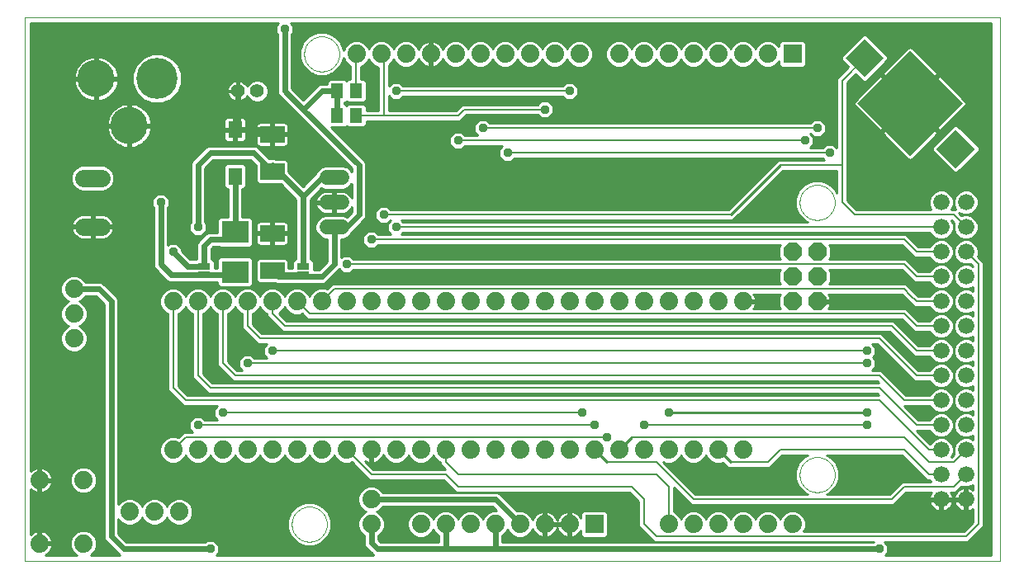
<source format=gtl>
G75*
G70*
%OFA0B0*%
%FSLAX24Y24*%
%IPPOS*%
%LPD*%
%AMOC8*
5,1,8,0,0,1.08239X$1,22.5*
%
%ADD10C,0.0000*%
%ADD11C,0.0740*%
%ADD12R,0.0740X0.0740*%
%ADD13OC8,0.0740*%
%ADD14R,0.0512X0.0591*%
%ADD15C,0.0560*%
%ADD16C,0.1660*%
%ADD17C,0.1502*%
%ADD18C,0.0705*%
%ADD19C,0.0600*%
%ADD20R,0.0984X0.0669*%
%ADD21R,0.1100X0.0900*%
%ADD22R,0.0579X0.0697*%
%ADD23R,0.0500X0.0250*%
%ADD24R,0.1095X0.1095*%
%ADD25R,0.3000X0.3000*%
%ADD26C,0.0660*%
%ADD27C,0.0240*%
%ADD28OC8,0.0356*%
%ADD29C,0.0100*%
%ADD30C,0.0080*%
D10*
X000500Y000100D02*
X000500Y022096D01*
X039870Y022096D01*
X039870Y000100D01*
X000500Y000100D01*
X011291Y001600D02*
X011293Y001653D01*
X011299Y001706D01*
X011309Y001758D01*
X011322Y001809D01*
X011340Y001859D01*
X011361Y001908D01*
X011386Y001955D01*
X011414Y001999D01*
X011446Y002042D01*
X011480Y002082D01*
X011518Y002120D01*
X011558Y002154D01*
X011601Y002186D01*
X011646Y002214D01*
X011692Y002239D01*
X011741Y002260D01*
X011791Y002278D01*
X011842Y002291D01*
X011894Y002301D01*
X011947Y002307D01*
X012000Y002309D01*
X012053Y002307D01*
X012106Y002301D01*
X012158Y002291D01*
X012209Y002278D01*
X012259Y002260D01*
X012308Y002239D01*
X012355Y002214D01*
X012399Y002186D01*
X012442Y002154D01*
X012482Y002120D01*
X012520Y002082D01*
X012554Y002042D01*
X012586Y001999D01*
X012614Y001954D01*
X012639Y001908D01*
X012660Y001859D01*
X012678Y001809D01*
X012691Y001758D01*
X012701Y001706D01*
X012707Y001653D01*
X012709Y001600D01*
X012707Y001547D01*
X012701Y001494D01*
X012691Y001442D01*
X012678Y001391D01*
X012660Y001341D01*
X012639Y001292D01*
X012614Y001245D01*
X012586Y001201D01*
X012554Y001158D01*
X012520Y001118D01*
X012482Y001080D01*
X012442Y001046D01*
X012399Y001014D01*
X012354Y000986D01*
X012308Y000961D01*
X012259Y000940D01*
X012209Y000922D01*
X012158Y000909D01*
X012106Y000899D01*
X012053Y000893D01*
X012000Y000891D01*
X011947Y000893D01*
X011894Y000899D01*
X011842Y000909D01*
X011791Y000922D01*
X011741Y000940D01*
X011692Y000961D01*
X011645Y000986D01*
X011601Y001014D01*
X011558Y001046D01*
X011518Y001080D01*
X011480Y001118D01*
X011446Y001158D01*
X011414Y001201D01*
X011386Y001246D01*
X011361Y001292D01*
X011340Y001341D01*
X011322Y001391D01*
X011309Y001442D01*
X011299Y001494D01*
X011293Y001547D01*
X011291Y001600D01*
X031791Y003600D02*
X031793Y003653D01*
X031799Y003706D01*
X031809Y003758D01*
X031822Y003809D01*
X031840Y003859D01*
X031861Y003908D01*
X031886Y003955D01*
X031914Y003999D01*
X031946Y004042D01*
X031980Y004082D01*
X032018Y004120D01*
X032058Y004154D01*
X032101Y004186D01*
X032146Y004214D01*
X032192Y004239D01*
X032241Y004260D01*
X032291Y004278D01*
X032342Y004291D01*
X032394Y004301D01*
X032447Y004307D01*
X032500Y004309D01*
X032553Y004307D01*
X032606Y004301D01*
X032658Y004291D01*
X032709Y004278D01*
X032759Y004260D01*
X032808Y004239D01*
X032855Y004214D01*
X032899Y004186D01*
X032942Y004154D01*
X032982Y004120D01*
X033020Y004082D01*
X033054Y004042D01*
X033086Y003999D01*
X033114Y003954D01*
X033139Y003908D01*
X033160Y003859D01*
X033178Y003809D01*
X033191Y003758D01*
X033201Y003706D01*
X033207Y003653D01*
X033209Y003600D01*
X033207Y003547D01*
X033201Y003494D01*
X033191Y003442D01*
X033178Y003391D01*
X033160Y003341D01*
X033139Y003292D01*
X033114Y003245D01*
X033086Y003201D01*
X033054Y003158D01*
X033020Y003118D01*
X032982Y003080D01*
X032942Y003046D01*
X032899Y003014D01*
X032854Y002986D01*
X032808Y002961D01*
X032759Y002940D01*
X032709Y002922D01*
X032658Y002909D01*
X032606Y002899D01*
X032553Y002893D01*
X032500Y002891D01*
X032447Y002893D01*
X032394Y002899D01*
X032342Y002909D01*
X032291Y002922D01*
X032241Y002940D01*
X032192Y002961D01*
X032145Y002986D01*
X032101Y003014D01*
X032058Y003046D01*
X032018Y003080D01*
X031980Y003118D01*
X031946Y003158D01*
X031914Y003201D01*
X031886Y003246D01*
X031861Y003292D01*
X031840Y003341D01*
X031822Y003391D01*
X031809Y003442D01*
X031799Y003494D01*
X031793Y003547D01*
X031791Y003600D01*
X031791Y014600D02*
X031793Y014653D01*
X031799Y014706D01*
X031809Y014758D01*
X031822Y014809D01*
X031840Y014859D01*
X031861Y014908D01*
X031886Y014955D01*
X031914Y014999D01*
X031946Y015042D01*
X031980Y015082D01*
X032018Y015120D01*
X032058Y015154D01*
X032101Y015186D01*
X032146Y015214D01*
X032192Y015239D01*
X032241Y015260D01*
X032291Y015278D01*
X032342Y015291D01*
X032394Y015301D01*
X032447Y015307D01*
X032500Y015309D01*
X032553Y015307D01*
X032606Y015301D01*
X032658Y015291D01*
X032709Y015278D01*
X032759Y015260D01*
X032808Y015239D01*
X032855Y015214D01*
X032899Y015186D01*
X032942Y015154D01*
X032982Y015120D01*
X033020Y015082D01*
X033054Y015042D01*
X033086Y014999D01*
X033114Y014954D01*
X033139Y014908D01*
X033160Y014859D01*
X033178Y014809D01*
X033191Y014758D01*
X033201Y014706D01*
X033207Y014653D01*
X033209Y014600D01*
X033207Y014547D01*
X033201Y014494D01*
X033191Y014442D01*
X033178Y014391D01*
X033160Y014341D01*
X033139Y014292D01*
X033114Y014245D01*
X033086Y014201D01*
X033054Y014158D01*
X033020Y014118D01*
X032982Y014080D01*
X032942Y014046D01*
X032899Y014014D01*
X032854Y013986D01*
X032808Y013961D01*
X032759Y013940D01*
X032709Y013922D01*
X032658Y013909D01*
X032606Y013899D01*
X032553Y013893D01*
X032500Y013891D01*
X032447Y013893D01*
X032394Y013899D01*
X032342Y013909D01*
X032291Y013922D01*
X032241Y013940D01*
X032192Y013961D01*
X032145Y013986D01*
X032101Y014014D01*
X032058Y014046D01*
X032018Y014080D01*
X031980Y014118D01*
X031946Y014158D01*
X031914Y014201D01*
X031886Y014246D01*
X031861Y014292D01*
X031840Y014341D01*
X031822Y014391D01*
X031809Y014442D01*
X031799Y014494D01*
X031793Y014547D01*
X031791Y014600D01*
X011791Y020600D02*
X011793Y020653D01*
X011799Y020706D01*
X011809Y020758D01*
X011822Y020809D01*
X011840Y020859D01*
X011861Y020908D01*
X011886Y020955D01*
X011914Y020999D01*
X011946Y021042D01*
X011980Y021082D01*
X012018Y021120D01*
X012058Y021154D01*
X012101Y021186D01*
X012146Y021214D01*
X012192Y021239D01*
X012241Y021260D01*
X012291Y021278D01*
X012342Y021291D01*
X012394Y021301D01*
X012447Y021307D01*
X012500Y021309D01*
X012553Y021307D01*
X012606Y021301D01*
X012658Y021291D01*
X012709Y021278D01*
X012759Y021260D01*
X012808Y021239D01*
X012855Y021214D01*
X012899Y021186D01*
X012942Y021154D01*
X012982Y021120D01*
X013020Y021082D01*
X013054Y021042D01*
X013086Y020999D01*
X013114Y020954D01*
X013139Y020908D01*
X013160Y020859D01*
X013178Y020809D01*
X013191Y020758D01*
X013201Y020706D01*
X013207Y020653D01*
X013209Y020600D01*
X013207Y020547D01*
X013201Y020494D01*
X013191Y020442D01*
X013178Y020391D01*
X013160Y020341D01*
X013139Y020292D01*
X013114Y020245D01*
X013086Y020201D01*
X013054Y020158D01*
X013020Y020118D01*
X012982Y020080D01*
X012942Y020046D01*
X012899Y020014D01*
X012854Y019986D01*
X012808Y019961D01*
X012759Y019940D01*
X012709Y019922D01*
X012658Y019909D01*
X012606Y019899D01*
X012553Y019893D01*
X012500Y019891D01*
X012447Y019893D01*
X012394Y019899D01*
X012342Y019909D01*
X012291Y019922D01*
X012241Y019940D01*
X012192Y019961D01*
X012145Y019986D01*
X012101Y020014D01*
X012058Y020046D01*
X012018Y020080D01*
X011980Y020118D01*
X011946Y020158D01*
X011914Y020201D01*
X011886Y020246D01*
X011861Y020292D01*
X011840Y020341D01*
X011822Y020391D01*
X011809Y020442D01*
X011799Y020494D01*
X011793Y020547D01*
X011791Y020600D01*
D11*
X013900Y020600D03*
X014900Y020600D03*
X015900Y020600D03*
X016900Y020600D03*
X017900Y020600D03*
X018900Y020600D03*
X019900Y020600D03*
X020900Y020600D03*
X021900Y020600D03*
X022900Y020600D03*
X024500Y020600D03*
X025500Y020600D03*
X026500Y020600D03*
X027500Y020600D03*
X028500Y020600D03*
X029500Y020600D03*
X030500Y020600D03*
X029500Y010600D03*
X028500Y010600D03*
X027500Y010600D03*
X026500Y010600D03*
X025500Y010600D03*
X024500Y010600D03*
X023500Y010600D03*
X022500Y010600D03*
X021500Y010600D03*
X020500Y010600D03*
X019500Y010600D03*
X018500Y010600D03*
X017500Y010600D03*
X016500Y010600D03*
X015500Y010600D03*
X014500Y010600D03*
X013500Y010600D03*
X012500Y010600D03*
X011500Y010600D03*
X010500Y010600D03*
X009500Y010600D03*
X008500Y010600D03*
X007500Y010600D03*
X006500Y010600D03*
X002500Y010100D03*
X002500Y009100D03*
X002500Y011100D03*
X006500Y004600D03*
X007500Y004600D03*
X008500Y004600D03*
X009500Y004600D03*
X010500Y004600D03*
X011500Y004600D03*
X012500Y004600D03*
X013500Y004600D03*
X014500Y004600D03*
X015500Y004600D03*
X016500Y004600D03*
X017500Y004600D03*
X018500Y004600D03*
X019500Y004600D03*
X020500Y004600D03*
X021500Y004600D03*
X022500Y004600D03*
X023500Y004600D03*
X024500Y004600D03*
X025500Y004600D03*
X026500Y004600D03*
X027500Y004600D03*
X028500Y004600D03*
X029500Y004600D03*
X029500Y001600D03*
X030500Y001600D03*
X031500Y001600D03*
X028500Y001600D03*
X027500Y001600D03*
X026500Y001600D03*
X022500Y001600D03*
X021500Y001600D03*
X020500Y001600D03*
X019500Y001600D03*
X018500Y001600D03*
X017500Y001600D03*
X016500Y001600D03*
X014500Y001600D03*
X014500Y002600D03*
X006750Y002100D03*
X005750Y002100D03*
X004750Y002100D03*
X002890Y003380D03*
X001110Y003380D03*
X001110Y000820D03*
X002890Y000820D03*
D12*
X023500Y001600D03*
X031500Y020600D03*
D13*
X031500Y012600D03*
X032500Y012600D03*
X032500Y011600D03*
X031500Y011600D03*
X031500Y010600D03*
X032500Y010600D03*
D14*
X013874Y018100D03*
X013126Y018100D03*
X013126Y019100D03*
X013874Y019100D03*
D15*
X009894Y019100D03*
X009106Y019100D03*
D16*
X005854Y019600D03*
D17*
X003394Y019600D03*
X004732Y017710D03*
D18*
X003603Y015584D02*
X002898Y015584D01*
X002898Y013616D02*
X003603Y013616D01*
D19*
X012700Y013600D02*
X013300Y013600D01*
X013300Y014600D02*
X012700Y014600D01*
X012700Y015600D02*
X013300Y015600D01*
D20*
X010500Y015852D03*
X010500Y017348D03*
X010500Y013348D03*
X010500Y011852D03*
D21*
X009000Y011794D03*
X009000Y013406D03*
D22*
X009000Y015655D03*
X009000Y017545D03*
D23*
X007750Y012027D03*
X007750Y011673D03*
X011750Y011673D03*
X011750Y012027D03*
D24*
G36*
X034412Y019665D02*
X033639Y020438D01*
X034412Y021211D01*
X035185Y020438D01*
X034412Y019665D01*
G37*
G36*
X038088Y015989D02*
X037315Y016762D01*
X038088Y017535D01*
X038861Y016762D01*
X038088Y015989D01*
G37*
D25*
G36*
X036250Y016479D02*
X034129Y018600D01*
X036250Y020721D01*
X038371Y018600D01*
X036250Y016479D01*
G37*
D26*
X037500Y014600D03*
X038500Y014600D03*
X038500Y013600D03*
X037500Y013600D03*
X037500Y012600D03*
X038500Y012600D03*
X038500Y011600D03*
X037500Y011600D03*
X037500Y010600D03*
X038500Y010600D03*
X038500Y009600D03*
X037500Y009600D03*
X037500Y008600D03*
X038500Y008600D03*
X038500Y007600D03*
X037500Y007600D03*
X037500Y006600D03*
X038500Y006600D03*
X038500Y005600D03*
X037500Y005600D03*
X037500Y004600D03*
X038500Y004600D03*
X038500Y003600D03*
X037500Y003600D03*
X037500Y002600D03*
X038500Y002600D03*
D27*
X035000Y000600D02*
X019500Y000600D01*
X019500Y001600D01*
X020500Y001600D02*
X019500Y002600D01*
X014500Y002600D01*
X014500Y001600D02*
X014500Y000850D01*
X014750Y000600D01*
X017500Y000600D01*
X017500Y001600D01*
X017500Y000600D02*
X019500Y000600D01*
X008000Y000600D02*
X004500Y000600D01*
X004000Y001100D01*
X004000Y010600D01*
X003500Y011100D01*
X002500Y011100D01*
X006000Y012100D02*
X006000Y014600D01*
X007500Y013600D02*
X007500Y016100D01*
X008000Y016600D01*
X009752Y016600D01*
X010500Y015852D01*
X010500Y016100D02*
X011750Y014850D01*
X012500Y015600D01*
X013000Y015600D01*
X014000Y016100D02*
X011750Y018350D01*
X012500Y019100D01*
X013126Y019100D01*
X013126Y018100D01*
X011750Y018350D02*
X011000Y019100D01*
X011000Y021600D01*
X009106Y019100D02*
X009106Y017651D01*
X009000Y017545D01*
X010303Y017545D01*
X010500Y017348D01*
X009000Y015655D02*
X009000Y013406D01*
X008694Y013100D01*
X008000Y013100D01*
X007750Y012850D01*
X007750Y012027D01*
X007073Y012027D01*
X006500Y012600D01*
X006000Y012100D02*
X006427Y011673D01*
X007750Y011673D01*
X008878Y011673D01*
X009000Y011794D01*
X010500Y011852D02*
X010752Y011600D01*
X012500Y011600D01*
X013000Y012100D01*
X013000Y013600D01*
X013500Y013600D01*
X014000Y014100D01*
X014000Y016100D01*
X011750Y014850D02*
X011750Y012027D01*
X011750Y011673D02*
X010679Y011673D01*
X010500Y011852D01*
D28*
X013500Y012100D03*
X014500Y013100D03*
X015500Y013600D03*
X015000Y014100D03*
X015000Y016600D03*
X018000Y017100D03*
X019000Y017600D03*
X020000Y016600D03*
X021500Y018350D03*
X022500Y019100D03*
X015500Y019100D03*
X014500Y018600D03*
X012000Y019600D03*
X011000Y021600D03*
X007500Y018100D03*
X012000Y017100D03*
X007500Y013600D03*
X006000Y014600D03*
X006500Y012600D03*
X009000Y008850D03*
X009500Y008100D03*
X010500Y008600D03*
X008250Y007600D03*
X007250Y007100D03*
X008500Y006100D03*
X007500Y005600D03*
X005250Y004350D03*
X008500Y001850D03*
X008000Y000600D03*
X011500Y003600D03*
X015500Y003100D03*
X015500Y001350D03*
X023500Y005600D03*
X023000Y006100D03*
X024000Y005100D03*
X025500Y005600D03*
X026500Y006100D03*
X031250Y004100D03*
X034500Y005600D03*
X034500Y006100D03*
X035500Y004100D03*
X035000Y000600D03*
X036000Y000600D03*
X024500Y001600D03*
X034500Y008100D03*
X034500Y008600D03*
X030500Y010600D03*
X030250Y014100D03*
X034500Y015100D03*
X033000Y016600D03*
X032000Y017100D03*
X032500Y017600D03*
X005500Y008600D03*
D29*
X006290Y008571D02*
X004290Y008571D01*
X004290Y008473D02*
X006290Y008473D01*
X006290Y008374D02*
X004290Y008374D01*
X004290Y008276D02*
X006290Y008276D01*
X006290Y008177D02*
X004290Y008177D01*
X004290Y008079D02*
X006290Y008079D01*
X006290Y007980D02*
X004290Y007980D01*
X004290Y007882D02*
X006290Y007882D01*
X006290Y007783D02*
X004290Y007783D01*
X004290Y007685D02*
X006290Y007685D01*
X006290Y007586D02*
X004290Y007586D01*
X004290Y007488D02*
X006290Y007488D01*
X006290Y007389D02*
X004290Y007389D01*
X004290Y007291D02*
X006290Y007291D01*
X006290Y007192D02*
X004290Y007192D01*
X004290Y007094D02*
X006290Y007094D01*
X006290Y007013D02*
X006413Y006890D01*
X006913Y006390D01*
X008298Y006390D01*
X008152Y006244D01*
X008152Y005956D01*
X008298Y005810D01*
X007782Y005810D01*
X007644Y005948D01*
X007356Y005948D01*
X007152Y005744D01*
X007152Y005456D01*
X007298Y005310D01*
X006913Y005310D01*
X006703Y005100D01*
X006607Y005140D01*
X006393Y005140D01*
X006194Y005058D01*
X006042Y004906D01*
X005960Y004707D01*
X005960Y004493D01*
X006042Y004294D01*
X006194Y004142D01*
X006393Y004060D01*
X006607Y004060D01*
X006806Y004142D01*
X006958Y004294D01*
X007000Y004396D01*
X007042Y004294D01*
X007194Y004142D01*
X007393Y004060D01*
X007607Y004060D01*
X007806Y004142D01*
X007958Y004294D01*
X008000Y004396D01*
X008042Y004294D01*
X008194Y004142D01*
X008393Y004060D01*
X008607Y004060D01*
X008806Y004142D01*
X008958Y004294D01*
X009000Y004396D01*
X009042Y004294D01*
X009194Y004142D01*
X009393Y004060D01*
X009607Y004060D01*
X009806Y004142D01*
X009958Y004294D01*
X010000Y004396D01*
X010042Y004294D01*
X010194Y004142D01*
X010393Y004060D01*
X010607Y004060D01*
X010806Y004142D01*
X010958Y004294D01*
X011000Y004396D01*
X011042Y004294D01*
X011194Y004142D01*
X011393Y004060D01*
X011607Y004060D01*
X011806Y004142D01*
X011958Y004294D01*
X012000Y004396D01*
X012042Y004294D01*
X012194Y004142D01*
X012393Y004060D01*
X012607Y004060D01*
X012806Y004142D01*
X012958Y004294D01*
X013000Y004396D01*
X013042Y004294D01*
X013194Y004142D01*
X013393Y004060D01*
X013607Y004060D01*
X013703Y004100D01*
X014290Y003513D01*
X014413Y003390D01*
X017413Y003390D01*
X017790Y003013D01*
X017913Y002890D01*
X024913Y002890D01*
X025290Y002513D01*
X025290Y001513D01*
X025790Y001013D01*
X025913Y000890D01*
X034798Y000890D01*
X034798Y000890D01*
X019790Y000890D01*
X019790Y001136D01*
X019806Y001142D01*
X019958Y001294D01*
X020000Y001396D01*
X020042Y001294D01*
X020194Y001142D01*
X020393Y001060D01*
X020607Y001060D01*
X020806Y001142D01*
X020958Y001294D01*
X021011Y001422D01*
X021018Y001400D01*
X021055Y001327D01*
X021103Y001261D01*
X021161Y001203D01*
X021227Y001155D01*
X021300Y001118D01*
X021378Y001093D01*
X021450Y001081D01*
X021450Y001550D01*
X021550Y001550D01*
X021550Y001650D01*
X021450Y001650D01*
X021450Y002119D01*
X021378Y002107D01*
X021300Y002082D01*
X021227Y002045D01*
X021161Y001997D01*
X021103Y001939D01*
X021055Y001873D01*
X021018Y001800D01*
X021011Y001778D01*
X020958Y001906D01*
X020806Y002058D01*
X020607Y002140D01*
X020393Y002140D01*
X020377Y002133D01*
X019746Y002764D01*
X019664Y002846D01*
X019558Y002890D01*
X014964Y002890D01*
X014958Y002906D01*
X014806Y003058D01*
X014607Y003140D01*
X014393Y003140D01*
X014194Y003058D01*
X014042Y002906D01*
X013960Y002707D01*
X013960Y002493D01*
X014042Y002294D01*
X014194Y002142D01*
X014296Y002100D01*
X014194Y002058D01*
X014042Y001906D01*
X013960Y001707D01*
X013960Y001493D01*
X014042Y001294D01*
X014194Y001142D01*
X014210Y001136D01*
X014210Y000792D01*
X014254Y000686D01*
X014504Y000436D01*
X014586Y000354D01*
X014596Y000350D01*
X008242Y000350D01*
X008348Y000456D01*
X008348Y000744D01*
X008144Y000948D01*
X007856Y000948D01*
X007798Y000890D01*
X004620Y000890D01*
X004290Y001220D01*
X004290Y001799D01*
X004292Y001794D01*
X004444Y001642D01*
X004643Y001560D01*
X004857Y001560D01*
X005056Y001642D01*
X005208Y001794D01*
X005250Y001896D01*
X005292Y001794D01*
X005444Y001642D01*
X005643Y001560D01*
X005857Y001560D01*
X006056Y001642D01*
X006208Y001794D01*
X006250Y001896D01*
X006292Y001794D01*
X006444Y001642D01*
X006643Y001560D01*
X006857Y001560D01*
X007056Y001642D01*
X007208Y001794D01*
X007290Y001993D01*
X007290Y002207D01*
X007208Y002406D01*
X007056Y002558D01*
X006857Y002640D01*
X006643Y002640D01*
X006444Y002558D01*
X006292Y002406D01*
X006250Y002304D01*
X006208Y002406D01*
X006056Y002558D01*
X005857Y002640D01*
X005643Y002640D01*
X005444Y002558D01*
X005292Y002406D01*
X005250Y002304D01*
X005208Y002406D01*
X005056Y002558D01*
X004857Y002640D01*
X004643Y002640D01*
X004444Y002558D01*
X004292Y002406D01*
X004290Y002401D01*
X004290Y010658D01*
X004246Y010764D01*
X003664Y011346D01*
X003558Y011390D01*
X002964Y011390D01*
X002958Y011406D01*
X002806Y011558D01*
X002607Y011640D01*
X002393Y011640D01*
X002194Y011558D01*
X002042Y011406D01*
X001960Y011207D01*
X001960Y010993D01*
X002042Y010794D01*
X002194Y010642D01*
X002296Y010600D01*
X002194Y010558D01*
X002042Y010406D01*
X001960Y010207D01*
X001960Y009993D01*
X002042Y009794D01*
X002194Y009642D01*
X002296Y009600D01*
X002194Y009558D01*
X002042Y009406D01*
X001960Y009207D01*
X001960Y008993D01*
X002042Y008794D01*
X002194Y008642D01*
X002393Y008560D01*
X002607Y008560D01*
X002806Y008642D01*
X002958Y008794D01*
X003040Y008993D01*
X003040Y009207D01*
X002958Y009406D01*
X002806Y009558D01*
X002704Y009600D01*
X002806Y009642D01*
X002958Y009794D01*
X003040Y009993D01*
X003040Y010207D01*
X002958Y010406D01*
X002806Y010558D01*
X002704Y010600D01*
X002806Y010642D01*
X002958Y010794D01*
X002964Y010810D01*
X003380Y010810D01*
X003710Y010480D01*
X003710Y001042D01*
X003754Y000936D01*
X004254Y000436D01*
X004254Y000436D01*
X004336Y000354D01*
X004346Y000350D01*
X003166Y000350D01*
X003196Y000362D01*
X003348Y000514D01*
X003430Y000713D01*
X003430Y000927D01*
X003348Y001126D01*
X003196Y001278D01*
X002997Y001360D01*
X002783Y001360D01*
X002584Y001278D01*
X002432Y001126D01*
X002350Y000927D01*
X002350Y000713D01*
X002432Y000514D01*
X002584Y000362D01*
X002614Y000350D01*
X001333Y000350D01*
X001383Y000375D01*
X001449Y000423D01*
X001507Y000481D01*
X001555Y000547D01*
X001592Y000620D01*
X001617Y000698D01*
X001629Y000770D01*
X001160Y000770D01*
X001160Y000870D01*
X001060Y000870D01*
X001060Y001339D01*
X000988Y001327D01*
X000910Y001302D01*
X000837Y001265D01*
X000771Y001217D01*
X000750Y001195D01*
X000750Y003005D01*
X000771Y002983D01*
X000837Y002935D01*
X000910Y002898D01*
X000988Y002873D01*
X001060Y002861D01*
X001060Y003330D01*
X001160Y003330D01*
X001160Y003430D01*
X001060Y003430D01*
X001060Y003899D01*
X000988Y003887D01*
X000910Y003862D01*
X000837Y003825D01*
X000771Y003777D01*
X000750Y003755D01*
X000750Y021850D01*
X010758Y021850D01*
X010652Y021744D01*
X010652Y021456D01*
X010710Y021398D01*
X010710Y019042D01*
X010754Y018936D01*
X011504Y018186D01*
X011586Y018104D01*
X013710Y015980D01*
X013710Y015838D01*
X013698Y015866D01*
X013566Y015998D01*
X013393Y016070D01*
X012607Y016070D01*
X012434Y015998D01*
X012302Y015866D01*
X012263Y015773D01*
X012254Y015764D01*
X011750Y015260D01*
X011162Y015848D01*
X011162Y016257D01*
X011063Y016357D01*
X010638Y016357D01*
X010558Y016390D01*
X010442Y016390D01*
X010393Y016369D01*
X009916Y016846D01*
X009810Y016890D01*
X007942Y016890D01*
X007836Y016846D01*
X007754Y016764D01*
X007254Y016264D01*
X007210Y016158D01*
X007210Y013802D01*
X007152Y013744D01*
X007152Y013456D01*
X007356Y013252D01*
X007644Y013252D01*
X007848Y013456D01*
X007848Y013744D01*
X007790Y013802D01*
X007790Y015980D01*
X008120Y016310D01*
X009632Y016310D01*
X009838Y016104D01*
X009838Y015447D01*
X009937Y015347D01*
X010843Y015347D01*
X011460Y014730D01*
X011460Y012322D01*
X011430Y012322D01*
X011330Y012223D01*
X011330Y011963D01*
X011162Y011963D01*
X011162Y012257D01*
X011063Y012357D01*
X009937Y012357D01*
X009838Y012257D01*
X009838Y011447D01*
X009937Y011347D01*
X010604Y011347D01*
X010694Y011310D01*
X012558Y011310D01*
X012664Y011354D01*
X013164Y011854D01*
X013209Y011899D01*
X013356Y011752D01*
X013644Y011752D01*
X013782Y011890D01*
X031026Y011890D01*
X030960Y011824D01*
X030960Y011376D01*
X031026Y011310D01*
X012913Y011310D01*
X012703Y011100D01*
X012607Y011140D01*
X012393Y011140D01*
X012194Y011058D01*
X012042Y010906D01*
X012000Y010804D01*
X011958Y010906D01*
X011806Y011058D01*
X011607Y011140D01*
X011393Y011140D01*
X011194Y011058D01*
X011042Y010906D01*
X011000Y010804D01*
X010958Y010906D01*
X010806Y011058D01*
X010607Y011140D01*
X010393Y011140D01*
X010194Y011058D01*
X010042Y010906D01*
X010000Y010804D01*
X009958Y010906D01*
X009806Y011058D01*
X009607Y011140D01*
X009393Y011140D01*
X009194Y011058D01*
X009042Y010906D01*
X009000Y010804D01*
X008958Y010906D01*
X008806Y011058D01*
X008607Y011140D01*
X008393Y011140D01*
X008194Y011058D01*
X008042Y010906D01*
X008000Y010804D01*
X007958Y010906D01*
X007806Y011058D01*
X007607Y011140D01*
X007393Y011140D01*
X007194Y011058D01*
X007042Y010906D01*
X007000Y010804D01*
X006958Y010906D01*
X006806Y011058D01*
X006607Y011140D01*
X006393Y011140D01*
X006194Y011058D01*
X006042Y010906D01*
X005960Y010707D01*
X005960Y010493D01*
X006042Y010294D01*
X006194Y010142D01*
X006290Y010102D01*
X006290Y007013D01*
X006308Y006995D02*
X004290Y006995D01*
X004290Y006897D02*
X006406Y006897D01*
X006505Y006798D02*
X004290Y006798D01*
X004290Y006700D02*
X006603Y006700D01*
X006702Y006601D02*
X004290Y006601D01*
X004290Y006503D02*
X006800Y006503D01*
X006899Y006404D02*
X004290Y006404D01*
X004290Y006306D02*
X008213Y006306D01*
X008152Y006207D02*
X004290Y006207D01*
X004290Y006109D02*
X008152Y006109D01*
X008152Y006010D02*
X004290Y006010D01*
X004290Y005912D02*
X007319Y005912D01*
X007221Y005813D02*
X004290Y005813D01*
X004290Y005715D02*
X007152Y005715D01*
X007152Y005616D02*
X004290Y005616D01*
X004290Y005518D02*
X007152Y005518D01*
X007189Y005419D02*
X004290Y005419D01*
X004290Y005321D02*
X007287Y005321D01*
X006825Y005222D02*
X004290Y005222D01*
X004290Y005124D02*
X006353Y005124D01*
X006161Y005025D02*
X004290Y005025D01*
X004290Y004927D02*
X006063Y004927D01*
X006010Y004828D02*
X004290Y004828D01*
X004290Y004730D02*
X005969Y004730D01*
X005960Y004631D02*
X004290Y004631D01*
X004290Y004533D02*
X005960Y004533D01*
X005984Y004434D02*
X004290Y004434D01*
X004290Y004336D02*
X006025Y004336D01*
X006099Y004237D02*
X004290Y004237D01*
X004290Y004139D02*
X006203Y004139D01*
X006797Y004139D02*
X007203Y004139D01*
X007099Y004237D02*
X006901Y004237D01*
X006975Y004336D02*
X007025Y004336D01*
X007797Y004139D02*
X008203Y004139D01*
X008099Y004237D02*
X007901Y004237D01*
X007975Y004336D02*
X008025Y004336D01*
X008797Y004139D02*
X009203Y004139D01*
X009099Y004237D02*
X008901Y004237D01*
X008975Y004336D02*
X009025Y004336D01*
X009797Y004139D02*
X010203Y004139D01*
X010099Y004237D02*
X009901Y004237D01*
X009975Y004336D02*
X010025Y004336D01*
X010797Y004139D02*
X011203Y004139D01*
X011099Y004237D02*
X010901Y004237D01*
X010975Y004336D02*
X011025Y004336D01*
X011797Y004139D02*
X012203Y004139D01*
X012099Y004237D02*
X011901Y004237D01*
X011975Y004336D02*
X012025Y004336D01*
X012797Y004139D02*
X013203Y004139D01*
X013099Y004237D02*
X012901Y004237D01*
X012975Y004336D02*
X013025Y004336D01*
X013763Y004040D02*
X004290Y004040D01*
X004290Y003942D02*
X013862Y003942D01*
X013960Y003843D02*
X004290Y003843D01*
X004290Y003745D02*
X014059Y003745D01*
X014157Y003646D02*
X004290Y003646D01*
X004290Y003548D02*
X014256Y003548D01*
X014354Y003449D02*
X004290Y003449D01*
X004290Y003351D02*
X017453Y003351D01*
X017551Y003252D02*
X004290Y003252D01*
X004290Y003154D02*
X017650Y003154D01*
X017748Y003055D02*
X014809Y003055D01*
X014907Y002957D02*
X017847Y002957D01*
X017493Y003810D02*
X014587Y003810D01*
X014257Y004140D01*
X014300Y004118D01*
X014378Y004093D01*
X014450Y004081D01*
X014450Y004550D01*
X014550Y004550D01*
X014550Y004081D01*
X014622Y004093D01*
X014700Y004118D01*
X014773Y004155D01*
X014839Y004203D01*
X014897Y004261D01*
X014945Y004327D01*
X014982Y004400D01*
X014989Y004422D01*
X015042Y004294D01*
X015194Y004142D01*
X015393Y004060D01*
X015607Y004060D01*
X015806Y004142D01*
X015958Y004294D01*
X016000Y004396D01*
X016042Y004294D01*
X016194Y004142D01*
X016393Y004060D01*
X016607Y004060D01*
X016806Y004142D01*
X016958Y004294D01*
X017000Y004396D01*
X017042Y004294D01*
X017194Y004142D01*
X017290Y004102D01*
X017290Y004013D01*
X017413Y003890D01*
X017493Y003810D01*
X017460Y003843D02*
X014554Y003843D01*
X014455Y003942D02*
X017362Y003942D01*
X017290Y004040D02*
X014357Y004040D01*
X014450Y004139D02*
X014550Y004139D01*
X014550Y004237D02*
X014450Y004237D01*
X014450Y004336D02*
X014550Y004336D01*
X014550Y004434D02*
X014450Y004434D01*
X014450Y004533D02*
X014550Y004533D01*
X014949Y004336D02*
X015025Y004336D01*
X015099Y004237D02*
X014872Y004237D01*
X014740Y004139D02*
X015203Y004139D01*
X015797Y004139D02*
X016203Y004139D01*
X016099Y004237D02*
X015901Y004237D01*
X015975Y004336D02*
X016025Y004336D01*
X016797Y004139D02*
X017203Y004139D01*
X017099Y004237D02*
X016901Y004237D01*
X016975Y004336D02*
X017025Y004336D01*
X014260Y004139D02*
X014258Y004139D01*
X014191Y003055D02*
X004290Y003055D01*
X004290Y002957D02*
X014093Y002957D01*
X014022Y002858D02*
X004290Y002858D01*
X004290Y002760D02*
X013982Y002760D01*
X013960Y002661D02*
X004290Y002661D01*
X004290Y002563D02*
X004456Y002563D01*
X004350Y002464D02*
X004290Y002464D01*
X003710Y002464D02*
X000750Y002464D01*
X000750Y002366D02*
X003710Y002366D01*
X003710Y002267D02*
X000750Y002267D01*
X000750Y002169D02*
X003710Y002169D01*
X003710Y002070D02*
X000750Y002070D01*
X000750Y001972D02*
X003710Y001972D01*
X003710Y001873D02*
X000750Y001873D01*
X000750Y001775D02*
X003710Y001775D01*
X003710Y001676D02*
X000750Y001676D01*
X000750Y001578D02*
X003710Y001578D01*
X003710Y001479D02*
X000750Y001479D01*
X000750Y001381D02*
X003710Y001381D01*
X003710Y001282D02*
X003186Y001282D01*
X003290Y001184D02*
X003710Y001184D01*
X003710Y001085D02*
X003365Y001085D01*
X003406Y000987D02*
X003733Y000987D01*
X003802Y000888D02*
X003430Y000888D01*
X003430Y000790D02*
X003900Y000790D01*
X003999Y000691D02*
X003421Y000691D01*
X003380Y000593D02*
X004097Y000593D01*
X004196Y000494D02*
X003328Y000494D01*
X003229Y000396D02*
X004294Y000396D01*
X004524Y000987D02*
X011371Y000987D01*
X011272Y001085D02*
X004425Y001085D01*
X004327Y001184D02*
X011221Y001184D01*
X011255Y001102D02*
X011502Y000855D01*
X011825Y000721D01*
X012175Y000721D01*
X012498Y000855D01*
X012745Y001102D01*
X012879Y001425D01*
X012879Y001775D01*
X012745Y002098D01*
X012498Y002345D01*
X012175Y002479D01*
X011825Y002479D01*
X011502Y002345D01*
X011255Y002098D01*
X011121Y001775D01*
X011121Y001425D01*
X011255Y001102D01*
X011181Y001282D02*
X004290Y001282D01*
X004290Y001381D02*
X011140Y001381D01*
X011121Y001479D02*
X004290Y001479D01*
X004290Y001578D02*
X004600Y001578D01*
X004410Y001676D02*
X004290Y001676D01*
X004290Y001775D02*
X004312Y001775D01*
X004900Y001578D02*
X005600Y001578D01*
X005410Y001676D02*
X005090Y001676D01*
X005188Y001775D02*
X005312Y001775D01*
X005260Y001873D02*
X005240Y001873D01*
X005225Y002366D02*
X005275Y002366D01*
X005350Y002464D02*
X005150Y002464D01*
X005044Y002563D02*
X005456Y002563D01*
X006044Y002563D02*
X006456Y002563D01*
X006350Y002464D02*
X006150Y002464D01*
X006225Y002366D02*
X006275Y002366D01*
X006260Y001873D02*
X006240Y001873D01*
X006188Y001775D02*
X006312Y001775D01*
X006410Y001676D02*
X006090Y001676D01*
X005900Y001578D02*
X006600Y001578D01*
X006900Y001578D02*
X011121Y001578D01*
X011121Y001676D02*
X007090Y001676D01*
X007188Y001775D02*
X011121Y001775D01*
X011162Y001873D02*
X007240Y001873D01*
X007281Y001972D02*
X011203Y001972D01*
X011244Y002070D02*
X007290Y002070D01*
X007290Y002169D02*
X011326Y002169D01*
X011424Y002267D02*
X007265Y002267D01*
X007225Y002366D02*
X011552Y002366D01*
X011790Y002464D02*
X007150Y002464D01*
X007044Y002563D02*
X013960Y002563D01*
X013972Y002464D02*
X012210Y002464D01*
X012448Y002366D02*
X014013Y002366D01*
X014069Y002267D02*
X012576Y002267D01*
X012674Y002169D02*
X014168Y002169D01*
X014224Y002070D02*
X012756Y002070D01*
X012797Y001972D02*
X014108Y001972D01*
X014029Y001873D02*
X012838Y001873D01*
X012879Y001775D02*
X013988Y001775D01*
X013960Y001676D02*
X012879Y001676D01*
X012879Y001578D02*
X013960Y001578D01*
X013966Y001479D02*
X012879Y001479D01*
X012860Y001381D02*
X014006Y001381D01*
X014054Y001282D02*
X012819Y001282D01*
X012779Y001184D02*
X014153Y001184D01*
X014210Y001085D02*
X012728Y001085D01*
X012629Y000987D02*
X014210Y000987D01*
X014210Y000888D02*
X012531Y000888D01*
X012339Y000790D02*
X014211Y000790D01*
X014252Y000691D02*
X008348Y000691D01*
X008348Y000593D02*
X014347Y000593D01*
X014446Y000494D02*
X008348Y000494D01*
X008288Y000396D02*
X014544Y000396D01*
X014870Y000890D02*
X014790Y000970D01*
X014790Y001136D01*
X014806Y001142D01*
X014958Y001294D01*
X015040Y001493D01*
X015040Y001707D01*
X014958Y001906D01*
X014806Y002058D01*
X014704Y002100D01*
X014806Y002142D01*
X014958Y002294D01*
X014964Y002310D01*
X019380Y002310D01*
X019550Y002140D01*
X019393Y002140D01*
X019194Y002058D01*
X019042Y001906D01*
X019000Y001804D01*
X018958Y001906D01*
X018806Y002058D01*
X018607Y002140D01*
X018393Y002140D01*
X018194Y002058D01*
X018042Y001906D01*
X018000Y001804D01*
X017958Y001906D01*
X017806Y002058D01*
X017607Y002140D01*
X017393Y002140D01*
X017194Y002058D01*
X017042Y001906D01*
X017000Y001804D01*
X016958Y001906D01*
X016806Y002058D01*
X016607Y002140D01*
X016393Y002140D01*
X016194Y002058D01*
X016042Y001906D01*
X015960Y001707D01*
X015960Y001493D01*
X016042Y001294D01*
X016194Y001142D01*
X016393Y001060D01*
X016607Y001060D01*
X016806Y001142D01*
X016958Y001294D01*
X017000Y001396D01*
X017042Y001294D01*
X017194Y001142D01*
X017210Y001136D01*
X017210Y000890D01*
X014870Y000890D01*
X014790Y000987D02*
X017210Y000987D01*
X017210Y001085D02*
X016668Y001085D01*
X016847Y001184D02*
X017153Y001184D01*
X017054Y001282D02*
X016946Y001282D01*
X016994Y001381D02*
X017006Y001381D01*
X017029Y001873D02*
X016971Y001873D01*
X016892Y001972D02*
X017108Y001972D01*
X017224Y002070D02*
X016776Y002070D01*
X016224Y002070D02*
X014776Y002070D01*
X014832Y002169D02*
X019521Y002169D01*
X019423Y002267D02*
X014931Y002267D01*
X014892Y001972D02*
X016108Y001972D01*
X016029Y001873D02*
X014971Y001873D01*
X015012Y001775D02*
X015988Y001775D01*
X015960Y001676D02*
X015040Y001676D01*
X015040Y001578D02*
X015960Y001578D01*
X015966Y001479D02*
X015034Y001479D01*
X014994Y001381D02*
X016006Y001381D01*
X016054Y001282D02*
X014946Y001282D01*
X014847Y001184D02*
X016153Y001184D01*
X016332Y001085D02*
X014790Y001085D01*
X011661Y000790D02*
X008303Y000790D01*
X008204Y000888D02*
X011469Y000888D01*
X017776Y002070D02*
X018224Y002070D01*
X018108Y001972D02*
X017892Y001972D01*
X017971Y001873D02*
X018029Y001873D01*
X018776Y002070D02*
X019224Y002070D01*
X019108Y001972D02*
X018892Y001972D01*
X018971Y001873D02*
X019029Y001873D01*
X019994Y001381D02*
X020006Y001381D01*
X020054Y001282D02*
X019946Y001282D01*
X019847Y001184D02*
X020153Y001184D01*
X020332Y001085D02*
X019790Y001085D01*
X019790Y000987D02*
X025817Y000987D01*
X025718Y001085D02*
X023965Y001085D01*
X023940Y001060D02*
X024040Y001160D01*
X024040Y002040D01*
X023940Y002140D01*
X023060Y002140D01*
X022960Y002040D01*
X022960Y001843D01*
X022945Y001873D01*
X022897Y001939D01*
X022839Y001997D01*
X022773Y002045D01*
X022700Y002082D01*
X022622Y002107D01*
X022550Y002119D01*
X022550Y001650D01*
X022450Y001650D01*
X022450Y002119D01*
X022378Y002107D01*
X022300Y002082D01*
X022227Y002045D01*
X022161Y001997D01*
X022103Y001939D01*
X022055Y001873D01*
X022018Y001800D01*
X022000Y001744D01*
X021982Y001800D01*
X021945Y001873D01*
X021897Y001939D01*
X021839Y001997D01*
X021773Y002045D01*
X021700Y002082D01*
X021622Y002107D01*
X021550Y002119D01*
X021550Y001650D01*
X022019Y001650D01*
X022450Y001650D01*
X022450Y001550D01*
X022550Y001550D01*
X022550Y001081D01*
X022622Y001093D01*
X022700Y001118D01*
X022773Y001155D01*
X022839Y001203D01*
X022897Y001261D01*
X022945Y001327D01*
X022960Y001357D01*
X022960Y001160D01*
X023060Y001060D01*
X023940Y001060D01*
X024040Y001184D02*
X025620Y001184D01*
X025521Y001282D02*
X024040Y001282D01*
X024040Y001381D02*
X025423Y001381D01*
X025324Y001479D02*
X024040Y001479D01*
X024040Y001578D02*
X025290Y001578D01*
X025290Y001676D02*
X024040Y001676D01*
X024040Y001775D02*
X025290Y001775D01*
X025290Y001873D02*
X024040Y001873D01*
X024040Y001972D02*
X025290Y001972D01*
X025290Y002070D02*
X024010Y002070D01*
X022990Y002070D02*
X022723Y002070D01*
X022864Y001972D02*
X022960Y001972D01*
X022960Y001873D02*
X022944Y001873D01*
X022550Y001873D02*
X022450Y001873D01*
X022450Y001775D02*
X022550Y001775D01*
X022550Y001676D02*
X022450Y001676D01*
X022450Y001578D02*
X021550Y001578D01*
X021550Y001550D02*
X022450Y001550D01*
X022450Y001081D01*
X022378Y001093D01*
X022300Y001118D01*
X022227Y001155D01*
X022161Y001203D01*
X022103Y001261D01*
X022055Y001327D01*
X022018Y001400D01*
X022000Y001456D01*
X021982Y001400D01*
X021945Y001327D01*
X021897Y001261D01*
X021839Y001203D01*
X021773Y001155D01*
X021700Y001118D01*
X021622Y001093D01*
X021550Y001081D01*
X021550Y001550D01*
X021550Y001479D02*
X021450Y001479D01*
X021450Y001381D02*
X021550Y001381D01*
X021550Y001282D02*
X021450Y001282D01*
X021450Y001184D02*
X021550Y001184D01*
X021550Y001085D02*
X021450Y001085D01*
X021427Y001085D02*
X020668Y001085D01*
X020847Y001184D02*
X021189Y001184D01*
X021088Y001282D02*
X020946Y001282D01*
X020994Y001381D02*
X021028Y001381D01*
X021450Y001676D02*
X021550Y001676D01*
X021550Y001775D02*
X021450Y001775D01*
X021450Y001873D02*
X021550Y001873D01*
X021550Y001972D02*
X021450Y001972D01*
X021450Y002070D02*
X021550Y002070D01*
X021723Y002070D02*
X022277Y002070D01*
X022136Y001972D02*
X021864Y001972D01*
X021944Y001873D02*
X022056Y001873D01*
X022010Y001775D02*
X021990Y001775D01*
X021972Y001381D02*
X022028Y001381D01*
X022088Y001282D02*
X021912Y001282D01*
X021811Y001184D02*
X022189Y001184D01*
X022427Y001085D02*
X021573Y001085D01*
X022450Y001085D02*
X022550Y001085D01*
X022573Y001085D02*
X023035Y001085D01*
X022960Y001184D02*
X022811Y001184D01*
X022912Y001282D02*
X022960Y001282D01*
X022550Y001282D02*
X022450Y001282D01*
X022450Y001184D02*
X022550Y001184D01*
X022550Y001381D02*
X022450Y001381D01*
X022450Y001479D02*
X022550Y001479D01*
X022550Y001972D02*
X022450Y001972D01*
X022450Y002070D02*
X022550Y002070D01*
X021277Y002070D02*
X020776Y002070D01*
X020892Y001972D02*
X021136Y001972D01*
X021056Y001873D02*
X020971Y001873D01*
X020342Y002169D02*
X025290Y002169D01*
X025290Y002267D02*
X020243Y002267D01*
X020145Y002366D02*
X025290Y002366D01*
X025290Y002464D02*
X020046Y002464D01*
X019948Y002563D02*
X025241Y002563D01*
X025142Y002661D02*
X019849Y002661D01*
X019751Y002760D02*
X025044Y002760D01*
X024945Y002858D02*
X019635Y002858D01*
X019746Y002764D02*
X019746Y002764D01*
X023500Y004600D02*
X024000Y004100D01*
X024500Y004600D02*
X025000Y005100D01*
X026298Y004099D02*
X027587Y002810D01*
X032111Y002810D01*
X032002Y002855D01*
X031755Y003102D01*
X031621Y003425D01*
X031621Y003775D01*
X031755Y004098D01*
X032002Y004345D01*
X032111Y004390D01*
X031087Y004390D01*
X030710Y004013D01*
X030587Y003890D01*
X029101Y003890D01*
X029091Y003880D01*
X028909Y003880D01*
X028693Y004096D01*
X028607Y004060D01*
X028393Y004060D01*
X028194Y004142D01*
X028042Y004294D01*
X028000Y004396D01*
X027958Y004294D01*
X027806Y004142D01*
X027607Y004060D01*
X027393Y004060D01*
X027194Y004142D01*
X027042Y004294D01*
X027000Y004396D01*
X026958Y004294D01*
X026806Y004142D01*
X026607Y004060D01*
X026393Y004060D01*
X026298Y004099D01*
X026357Y004040D02*
X028749Y004040D01*
X028847Y003942D02*
X026455Y003942D01*
X026554Y003843D02*
X031650Y003843D01*
X031621Y003745D02*
X026652Y003745D01*
X026751Y003646D02*
X031621Y003646D01*
X031621Y003548D02*
X026849Y003548D01*
X026948Y003449D02*
X031621Y003449D01*
X031652Y003351D02*
X027046Y003351D01*
X027145Y003252D02*
X031693Y003252D01*
X031734Y003154D02*
X027243Y003154D01*
X027342Y003055D02*
X031802Y003055D01*
X031901Y002957D02*
X027440Y002957D01*
X027539Y002858D02*
X031999Y002858D01*
X032889Y002810D02*
X032998Y002855D01*
X033245Y003102D01*
X033379Y003425D01*
X033379Y003775D01*
X033245Y004098D01*
X032998Y004345D01*
X032889Y004390D01*
X035913Y004390D01*
X036790Y003513D01*
X036913Y003390D01*
X037046Y003390D01*
X037076Y003317D01*
X037083Y003310D01*
X035913Y003310D01*
X035790Y003187D01*
X035413Y002810D01*
X032889Y002810D01*
X033001Y002858D02*
X035461Y002858D01*
X035560Y002957D02*
X033099Y002957D01*
X033198Y003055D02*
X035658Y003055D01*
X035757Y003154D02*
X033266Y003154D01*
X033307Y003252D02*
X035855Y003252D01*
X036087Y002890D02*
X037117Y002890D01*
X037089Y002852D01*
X037055Y002784D01*
X037032Y002712D01*
X037022Y002650D01*
X037450Y002650D01*
X037450Y002550D01*
X037550Y002550D01*
X037550Y002650D01*
X037978Y002650D01*
X037968Y002712D01*
X037945Y002784D01*
X037911Y002852D01*
X037883Y002890D01*
X038087Y002890D01*
X038327Y003130D01*
X038401Y003100D01*
X038599Y003100D01*
X038783Y003176D01*
X038790Y003183D01*
X038790Y002983D01*
X038752Y003011D01*
X038684Y003045D01*
X038612Y003068D01*
X038550Y003078D01*
X038550Y002650D01*
X038450Y002650D01*
X038450Y003078D01*
X038388Y003068D01*
X038316Y003045D01*
X038248Y003011D01*
X038187Y002966D01*
X038134Y002913D01*
X038089Y002852D01*
X038055Y002784D01*
X038032Y002712D01*
X038022Y002650D01*
X038450Y002650D01*
X038450Y002550D01*
X038550Y002550D01*
X038550Y002122D01*
X038612Y002132D01*
X038684Y002155D01*
X038752Y002189D01*
X038790Y002217D01*
X038790Y001687D01*
X038413Y001310D01*
X031964Y001310D01*
X032040Y001493D01*
X032040Y001707D01*
X031958Y001906D01*
X031806Y002058D01*
X031607Y002140D01*
X031393Y002140D01*
X031194Y002058D01*
X031042Y001906D01*
X031000Y001804D01*
X030958Y001906D01*
X030806Y002058D01*
X030607Y002140D01*
X030393Y002140D01*
X030194Y002058D01*
X030042Y001906D01*
X030000Y001804D01*
X029958Y001906D01*
X029806Y002058D01*
X029607Y002140D01*
X029393Y002140D01*
X029194Y002058D01*
X029042Y001906D01*
X029000Y001804D01*
X028958Y001906D01*
X028806Y002058D01*
X028607Y002140D01*
X028393Y002140D01*
X028194Y002058D01*
X028042Y001906D01*
X028000Y001804D01*
X027958Y001906D01*
X027806Y002058D01*
X027607Y002140D01*
X027393Y002140D01*
X027194Y002058D01*
X027042Y001906D01*
X027000Y001804D01*
X026958Y001906D01*
X026806Y002058D01*
X026710Y002098D01*
X026710Y003093D01*
X027290Y002513D01*
X027413Y002390D01*
X035587Y002390D01*
X036087Y002890D01*
X036055Y002858D02*
X037094Y002858D01*
X037047Y002760D02*
X035956Y002760D01*
X035858Y002661D02*
X037024Y002661D01*
X037022Y002550D02*
X037032Y002488D01*
X037055Y002416D01*
X037089Y002348D01*
X037134Y002287D01*
X037187Y002234D01*
X037248Y002189D01*
X037316Y002155D01*
X037388Y002132D01*
X037450Y002122D01*
X037450Y002550D01*
X037022Y002550D01*
X037039Y002464D02*
X035661Y002464D01*
X035759Y002563D02*
X037450Y002563D01*
X037450Y002464D02*
X037550Y002464D01*
X037550Y002550D02*
X037550Y002122D01*
X037612Y002132D01*
X037684Y002155D01*
X037752Y002189D01*
X037813Y002234D01*
X037866Y002287D01*
X037911Y002348D01*
X037945Y002416D01*
X037968Y002488D01*
X037978Y002550D01*
X037550Y002550D01*
X037550Y002563D02*
X038450Y002563D01*
X038450Y002550D02*
X038022Y002550D01*
X038032Y002488D01*
X038055Y002416D01*
X038089Y002348D01*
X038134Y002287D01*
X038187Y002234D01*
X038248Y002189D01*
X038316Y002155D01*
X038388Y002132D01*
X038450Y002122D01*
X038450Y002550D01*
X038450Y002464D02*
X038550Y002464D01*
X038550Y002366D02*
X038450Y002366D01*
X038450Y002267D02*
X038550Y002267D01*
X038550Y002169D02*
X038450Y002169D01*
X038290Y002169D02*
X037710Y002169D01*
X037550Y002169D02*
X037450Y002169D01*
X037450Y002267D02*
X037550Y002267D01*
X037550Y002366D02*
X037450Y002366D01*
X037290Y002169D02*
X026710Y002169D01*
X026710Y002267D02*
X037154Y002267D01*
X037081Y002366D02*
X026710Y002366D01*
X026710Y002464D02*
X027339Y002464D01*
X027241Y002563D02*
X026710Y002563D01*
X026710Y002661D02*
X027142Y002661D01*
X027044Y002760D02*
X026710Y002760D01*
X026710Y002858D02*
X026945Y002858D01*
X026847Y002957D02*
X026710Y002957D01*
X026710Y003055D02*
X026748Y003055D01*
X026776Y002070D02*
X027224Y002070D01*
X027108Y001972D02*
X026892Y001972D01*
X026971Y001873D02*
X027029Y001873D01*
X027776Y002070D02*
X028224Y002070D01*
X028108Y001972D02*
X027892Y001972D01*
X027971Y001873D02*
X028029Y001873D01*
X028776Y002070D02*
X029224Y002070D01*
X029108Y001972D02*
X028892Y001972D01*
X028971Y001873D02*
X029029Y001873D01*
X029776Y002070D02*
X030224Y002070D01*
X030108Y001972D02*
X029892Y001972D01*
X029971Y001873D02*
X030029Y001873D01*
X030776Y002070D02*
X031224Y002070D01*
X031108Y001972D02*
X030892Y001972D01*
X030971Y001873D02*
X031029Y001873D01*
X031776Y002070D02*
X038790Y002070D01*
X038790Y001972D02*
X031892Y001972D01*
X031971Y001873D02*
X038790Y001873D01*
X038790Y001775D02*
X032012Y001775D01*
X032040Y001676D02*
X038779Y001676D01*
X038681Y001578D02*
X032040Y001578D01*
X032034Y001479D02*
X038582Y001479D01*
X038484Y001381D02*
X031994Y001381D01*
X033348Y003351D02*
X037062Y003351D01*
X036854Y003449D02*
X033379Y003449D01*
X033379Y003548D02*
X036756Y003548D01*
X036790Y003513D02*
X036790Y003513D01*
X036657Y003646D02*
X033379Y003646D01*
X033379Y003745D02*
X036559Y003745D01*
X036460Y003843D02*
X033350Y003843D01*
X033310Y003942D02*
X036362Y003942D01*
X036263Y004040D02*
X033269Y004040D01*
X033204Y004139D02*
X036165Y004139D01*
X036066Y004237D02*
X033106Y004237D01*
X033007Y004336D02*
X035968Y004336D01*
X036970Y004927D02*
X037119Y004927D01*
X037076Y004883D02*
X037058Y004839D01*
X036507Y005390D01*
X037046Y005390D01*
X037076Y005317D01*
X037217Y005176D01*
X037401Y005100D01*
X037599Y005100D01*
X037783Y005176D01*
X037924Y005317D01*
X038000Y005501D01*
X038076Y005317D01*
X038217Y005176D01*
X038401Y005100D01*
X038599Y005100D01*
X038783Y005176D01*
X038790Y005183D01*
X038790Y005017D01*
X038783Y005024D01*
X038599Y005100D01*
X038401Y005100D01*
X038217Y005024D01*
X038076Y004883D01*
X038000Y004699D01*
X037924Y004883D01*
X037783Y005024D01*
X037599Y005100D01*
X037401Y005100D01*
X037217Y005024D01*
X037076Y004883D01*
X037220Y005025D02*
X036872Y005025D01*
X036773Y005124D02*
X037344Y005124D01*
X037171Y005222D02*
X036675Y005222D01*
X036576Y005321D02*
X037075Y005321D01*
X037656Y005124D02*
X038344Y005124D01*
X038220Y005025D02*
X037780Y005025D01*
X037881Y004927D02*
X038119Y004927D01*
X038053Y004828D02*
X037947Y004828D01*
X037988Y004730D02*
X038012Y004730D01*
X038000Y004699D02*
X038000Y004501D01*
X037927Y004324D01*
X038030Y004427D01*
X038000Y004501D01*
X038000Y004699D01*
X038000Y004631D02*
X038000Y004631D01*
X038000Y004533D02*
X038000Y004533D01*
X037972Y004434D02*
X038028Y004434D01*
X037939Y004336D02*
X037932Y004336D01*
X038656Y005124D02*
X038790Y005124D01*
X038780Y005025D02*
X038790Y005025D01*
X039210Y005025D02*
X039500Y005025D01*
X039500Y004927D02*
X039210Y004927D01*
X039210Y004828D02*
X039500Y004828D01*
X039500Y004730D02*
X039210Y004730D01*
X039210Y004631D02*
X039500Y004631D01*
X039500Y004533D02*
X039210Y004533D01*
X039210Y004434D02*
X039500Y004434D01*
X039500Y004336D02*
X039210Y004336D01*
X039210Y004237D02*
X039500Y004237D01*
X039500Y004139D02*
X039210Y004139D01*
X039210Y004040D02*
X039500Y004040D01*
X039500Y003942D02*
X039210Y003942D01*
X039210Y003843D02*
X039500Y003843D01*
X039500Y003745D02*
X039210Y003745D01*
X039210Y003646D02*
X039500Y003646D01*
X039500Y003548D02*
X039210Y003548D01*
X039210Y003449D02*
X039500Y003449D01*
X039500Y003351D02*
X039210Y003351D01*
X039210Y003252D02*
X039500Y003252D01*
X039500Y003154D02*
X039210Y003154D01*
X039210Y003055D02*
X039500Y003055D01*
X039500Y002957D02*
X039210Y002957D01*
X039210Y002858D02*
X039500Y002858D01*
X039500Y002760D02*
X039210Y002760D01*
X039210Y002661D02*
X039500Y002661D01*
X039500Y002563D02*
X039210Y002563D01*
X039210Y002464D02*
X039500Y002464D01*
X039500Y002366D02*
X039210Y002366D01*
X039210Y002267D02*
X039500Y002267D01*
X039500Y002169D02*
X039210Y002169D01*
X039210Y002070D02*
X039500Y002070D01*
X039500Y001972D02*
X039210Y001972D01*
X039210Y001873D02*
X039500Y001873D01*
X039500Y001775D02*
X039210Y001775D01*
X039210Y001676D02*
X039500Y001676D01*
X039500Y001578D02*
X039210Y001578D01*
X039210Y001513D02*
X039210Y012187D01*
X038970Y012427D01*
X039000Y012501D01*
X039000Y012699D01*
X038924Y012883D01*
X038783Y013024D01*
X038599Y013100D01*
X038401Y013100D01*
X038217Y013024D01*
X038076Y012883D01*
X038000Y012699D01*
X038000Y012501D01*
X038076Y012317D01*
X038217Y012176D01*
X038401Y012100D01*
X038217Y012024D01*
X038076Y011883D01*
X038000Y011699D01*
X038000Y011501D01*
X038076Y011317D01*
X038217Y011176D01*
X038401Y011100D01*
X038217Y011024D01*
X038076Y010883D01*
X038000Y010699D01*
X038000Y010501D01*
X038076Y010317D01*
X038217Y010176D01*
X038401Y010100D01*
X038217Y010024D01*
X038076Y009883D01*
X038000Y009699D01*
X038000Y009501D01*
X038076Y009317D01*
X038217Y009176D01*
X038401Y009100D01*
X038217Y009024D01*
X038076Y008883D01*
X038000Y008699D01*
X038000Y008501D01*
X038076Y008317D01*
X038217Y008176D01*
X038401Y008100D01*
X038217Y008024D01*
X038076Y007883D01*
X038000Y007699D01*
X038000Y007501D01*
X038076Y007317D01*
X038217Y007176D01*
X038401Y007100D01*
X038217Y007024D01*
X038076Y006883D01*
X038000Y006699D01*
X038000Y006501D01*
X038076Y006317D01*
X038217Y006176D01*
X038401Y006100D01*
X038217Y006024D01*
X038076Y005883D01*
X038000Y005699D01*
X038000Y005501D01*
X038000Y005699D01*
X037924Y005883D01*
X037783Y006024D01*
X037599Y006100D01*
X037783Y006176D01*
X037924Y006317D01*
X038000Y006501D01*
X038000Y006699D01*
X037924Y006883D01*
X037783Y007024D01*
X037599Y007100D01*
X037783Y007176D01*
X037924Y007317D01*
X038000Y007501D01*
X038000Y007699D01*
X037924Y007883D01*
X037783Y008024D01*
X037599Y008100D01*
X037783Y008176D01*
X037924Y008317D01*
X038000Y008501D01*
X038000Y008699D01*
X037924Y008883D01*
X037783Y009024D01*
X037599Y009100D01*
X037783Y009176D01*
X037924Y009317D01*
X038000Y009501D01*
X038000Y009699D01*
X037924Y009883D01*
X037783Y010024D01*
X037599Y010100D01*
X037783Y010176D01*
X037924Y010317D01*
X038000Y010501D01*
X038000Y010699D01*
X037924Y010883D01*
X037783Y011024D01*
X037599Y011100D01*
X037783Y011176D01*
X037924Y011317D01*
X038000Y011501D01*
X038000Y011699D01*
X037924Y011883D01*
X037783Y012024D01*
X037599Y012100D01*
X037783Y012176D01*
X037924Y012317D01*
X038000Y012501D01*
X038000Y012699D01*
X037924Y012883D01*
X037783Y013024D01*
X037599Y013100D01*
X037783Y013176D01*
X037924Y013317D01*
X038000Y013501D01*
X038076Y013317D01*
X038217Y013176D01*
X038401Y013100D01*
X038599Y013100D01*
X038783Y013176D01*
X038924Y013317D01*
X039000Y013501D01*
X039000Y013699D01*
X038924Y013883D01*
X038783Y014024D01*
X038599Y014100D01*
X038783Y014176D01*
X038924Y014317D01*
X039000Y014501D01*
X039000Y014699D01*
X038924Y014883D01*
X038783Y015024D01*
X038599Y015100D01*
X038401Y015100D01*
X038217Y015024D01*
X038076Y014883D01*
X038000Y014699D01*
X037924Y014883D01*
X037783Y015024D01*
X037599Y015100D01*
X037401Y015100D01*
X037217Y015024D01*
X037076Y014883D01*
X037000Y014699D01*
X037000Y014501D01*
X037076Y014317D01*
X037083Y014310D01*
X034087Y014310D01*
X033710Y014687D01*
X033710Y019440D01*
X034053Y019783D01*
X034341Y019494D01*
X034482Y019494D01*
X035356Y020368D01*
X035356Y020509D01*
X034482Y021383D01*
X034341Y021383D01*
X033467Y020509D01*
X033467Y020368D01*
X033756Y020080D01*
X033290Y019614D01*
X033290Y016802D01*
X033144Y016948D01*
X032856Y016948D01*
X032718Y016810D01*
X032202Y016810D01*
X032348Y016956D01*
X032348Y017244D01*
X032202Y017390D01*
X032218Y017390D01*
X032356Y017252D01*
X032644Y017252D01*
X032848Y017456D01*
X032848Y017744D01*
X032644Y017948D01*
X032356Y017948D01*
X032218Y017810D01*
X019282Y017810D01*
X019144Y017948D01*
X018856Y017948D01*
X018652Y017744D01*
X018652Y017456D01*
X018798Y017310D01*
X018282Y017310D01*
X018144Y017448D01*
X017856Y017448D01*
X017652Y017244D01*
X017652Y016956D01*
X017856Y016752D01*
X018144Y016752D01*
X018282Y016890D01*
X019798Y016890D01*
X019652Y016744D01*
X019652Y016456D01*
X019856Y016252D01*
X020144Y016252D01*
X020282Y016390D01*
X032718Y016390D01*
X032798Y016310D01*
X031101Y016310D01*
X031091Y016320D01*
X030909Y016320D01*
X028899Y014310D01*
X015282Y014310D01*
X015144Y014448D01*
X014856Y014448D01*
X014652Y014244D01*
X014652Y013956D01*
X014856Y013752D01*
X015144Y013752D01*
X015282Y013890D01*
X015298Y013890D01*
X015152Y013744D01*
X015152Y013456D01*
X015298Y013310D01*
X014782Y013310D01*
X014644Y013448D01*
X014356Y013448D01*
X014152Y013244D01*
X014152Y012956D01*
X014356Y012752D01*
X014644Y012752D01*
X014782Y012890D01*
X031026Y012890D01*
X030960Y012824D01*
X030960Y012376D01*
X031026Y012310D01*
X013782Y012310D01*
X013644Y012448D01*
X013356Y012448D01*
X013290Y012382D01*
X013290Y013130D01*
X013393Y013130D01*
X013566Y013202D01*
X013698Y013334D01*
X013737Y013427D01*
X014164Y013854D01*
X014246Y013936D01*
X014290Y014042D01*
X014290Y016158D01*
X014246Y016264D01*
X012875Y017635D01*
X013452Y017635D01*
X013500Y017682D01*
X013548Y017635D01*
X014200Y017635D01*
X014300Y017734D01*
X014300Y017890D01*
X018087Y017890D01*
X018210Y018013D01*
X018337Y018140D01*
X021218Y018140D01*
X021356Y018002D01*
X021644Y018002D01*
X021848Y018206D01*
X021848Y018494D01*
X021644Y018698D01*
X021356Y018698D01*
X021218Y018560D01*
X018163Y018560D01*
X018040Y018437D01*
X017913Y018310D01*
X015210Y018310D01*
X015210Y018898D01*
X015356Y018752D01*
X015644Y018752D01*
X015782Y018890D01*
X022218Y018890D01*
X022356Y018752D01*
X022644Y018752D01*
X022848Y018956D01*
X022848Y019244D01*
X022644Y019448D01*
X022356Y019448D01*
X022218Y019310D01*
X015782Y019310D01*
X015644Y019448D01*
X015356Y019448D01*
X015210Y019302D01*
X015210Y020146D01*
X015358Y020294D01*
X015400Y020396D01*
X015442Y020294D01*
X015594Y020142D01*
X015793Y020060D01*
X016007Y020060D01*
X016206Y020142D01*
X016358Y020294D01*
X016411Y020422D01*
X016418Y020400D01*
X016455Y020327D01*
X016503Y020261D01*
X016561Y020203D01*
X016627Y020155D01*
X016700Y020118D01*
X016778Y020093D01*
X016850Y020081D01*
X016850Y020550D01*
X016950Y020550D01*
X016950Y020081D01*
X017022Y020093D01*
X017100Y020118D01*
X017173Y020155D01*
X017239Y020203D01*
X017297Y020261D01*
X017345Y020327D01*
X017382Y020400D01*
X017389Y020422D01*
X017442Y020294D01*
X017594Y020142D01*
X017793Y020060D01*
X018007Y020060D01*
X018206Y020142D01*
X018358Y020294D01*
X018400Y020396D01*
X018442Y020294D01*
X018594Y020142D01*
X018793Y020060D01*
X019007Y020060D01*
X019206Y020142D01*
X019358Y020294D01*
X019400Y020396D01*
X019442Y020294D01*
X019594Y020142D01*
X019793Y020060D01*
X020007Y020060D01*
X020206Y020142D01*
X020358Y020294D01*
X020400Y020396D01*
X020442Y020294D01*
X020594Y020142D01*
X020793Y020060D01*
X021007Y020060D01*
X021206Y020142D01*
X021358Y020294D01*
X021400Y020396D01*
X021442Y020294D01*
X021594Y020142D01*
X021793Y020060D01*
X022007Y020060D01*
X022206Y020142D01*
X022358Y020294D01*
X022400Y020396D01*
X022442Y020294D01*
X022594Y020142D01*
X022793Y020060D01*
X023007Y020060D01*
X023206Y020142D01*
X023358Y020294D01*
X023440Y020493D01*
X023440Y020707D01*
X023358Y020906D01*
X023206Y021058D01*
X023007Y021140D01*
X022793Y021140D01*
X022594Y021058D01*
X022442Y020906D01*
X022400Y020804D01*
X022358Y020906D01*
X022206Y021058D01*
X022007Y021140D01*
X021793Y021140D01*
X021594Y021058D01*
X021442Y020906D01*
X021400Y020804D01*
X021358Y020906D01*
X021206Y021058D01*
X021007Y021140D01*
X020793Y021140D01*
X020594Y021058D01*
X020442Y020906D01*
X020400Y020804D01*
X020358Y020906D01*
X020206Y021058D01*
X020007Y021140D01*
X019793Y021140D01*
X019594Y021058D01*
X019442Y020906D01*
X019400Y020804D01*
X019358Y020906D01*
X019206Y021058D01*
X019007Y021140D01*
X018793Y021140D01*
X018594Y021058D01*
X018442Y020906D01*
X018400Y020804D01*
X018358Y020906D01*
X018206Y021058D01*
X018007Y021140D01*
X017793Y021140D01*
X017594Y021058D01*
X017442Y020906D01*
X017389Y020778D01*
X017382Y020800D01*
X017345Y020873D01*
X017297Y020939D01*
X017239Y020997D01*
X017173Y021045D01*
X017100Y021082D01*
X017022Y021107D01*
X016950Y021119D01*
X016950Y020650D01*
X016850Y020650D01*
X016850Y021119D01*
X016778Y021107D01*
X016700Y021082D01*
X016627Y021045D01*
X016561Y020997D01*
X016503Y020939D01*
X016455Y020873D01*
X016418Y020800D01*
X016411Y020778D01*
X016358Y020906D01*
X016206Y021058D01*
X016007Y021140D01*
X015793Y021140D01*
X015594Y021058D01*
X015442Y020906D01*
X015400Y020804D01*
X015358Y020906D01*
X015206Y021058D01*
X015007Y021140D01*
X014793Y021140D01*
X014594Y021058D01*
X014442Y020906D01*
X014400Y020804D01*
X014358Y020906D01*
X014206Y021058D01*
X014007Y021140D01*
X013793Y021140D01*
X013594Y021058D01*
X013442Y020906D01*
X013379Y020752D01*
X013379Y020775D01*
X013245Y021098D01*
X012998Y021345D01*
X012675Y021479D01*
X012325Y021479D01*
X012002Y021345D01*
X011755Y021098D01*
X011621Y020775D01*
X011621Y020425D01*
X011755Y020102D01*
X012002Y019855D01*
X012325Y019721D01*
X012675Y019721D01*
X012998Y019855D01*
X013245Y020102D01*
X013379Y020425D01*
X013379Y020448D01*
X013442Y020294D01*
X013594Y020142D01*
X013664Y020113D01*
X013664Y019565D01*
X013548Y019565D01*
X013500Y019518D01*
X013452Y019565D01*
X012800Y019565D01*
X012700Y019466D01*
X012700Y019390D01*
X012442Y019390D01*
X012336Y019346D01*
X011750Y018760D01*
X011290Y019220D01*
X011290Y021398D01*
X011348Y021456D01*
X011348Y021744D01*
X011242Y021850D01*
X039500Y021850D01*
X039500Y000350D01*
X035242Y000350D01*
X035348Y000456D01*
X035348Y000744D01*
X035202Y000890D01*
X038587Y000890D01*
X039087Y001390D01*
X039210Y001513D01*
X039176Y001479D02*
X039500Y001479D01*
X039500Y001381D02*
X039077Y001381D01*
X038979Y001282D02*
X039500Y001282D01*
X039500Y001184D02*
X038880Y001184D01*
X038782Y001085D02*
X039500Y001085D01*
X039500Y000987D02*
X038683Y000987D01*
X039500Y000888D02*
X035204Y000888D01*
X035303Y000790D02*
X039500Y000790D01*
X039500Y000691D02*
X035348Y000691D01*
X035348Y000593D02*
X039500Y000593D01*
X039500Y000494D02*
X035348Y000494D01*
X035288Y000396D02*
X039500Y000396D01*
X038790Y002169D02*
X038710Y002169D01*
X038550Y002661D02*
X038450Y002661D01*
X038450Y002760D02*
X038550Y002760D01*
X038550Y002858D02*
X038450Y002858D01*
X038450Y002957D02*
X038550Y002957D01*
X038550Y003055D02*
X038450Y003055D01*
X038347Y003055D02*
X038252Y003055D01*
X038178Y002957D02*
X038153Y002957D01*
X038094Y002858D02*
X037906Y002858D01*
X037953Y002760D02*
X038047Y002760D01*
X038024Y002661D02*
X037976Y002661D01*
X037961Y002464D02*
X038039Y002464D01*
X038081Y002366D02*
X037919Y002366D01*
X037846Y002267D02*
X038154Y002267D01*
X038653Y003055D02*
X038790Y003055D01*
X038790Y003154D02*
X038729Y003154D01*
X039210Y005124D02*
X039500Y005124D01*
X039500Y005222D02*
X039210Y005222D01*
X039210Y005321D02*
X039500Y005321D01*
X039500Y005419D02*
X039210Y005419D01*
X039210Y005518D02*
X039500Y005518D01*
X039500Y005616D02*
X039210Y005616D01*
X039210Y005715D02*
X039500Y005715D01*
X039500Y005813D02*
X039210Y005813D01*
X039210Y005912D02*
X039500Y005912D01*
X039500Y006010D02*
X039210Y006010D01*
X039210Y006109D02*
X039500Y006109D01*
X039500Y006207D02*
X039210Y006207D01*
X039210Y006306D02*
X039500Y006306D01*
X039500Y006404D02*
X039210Y006404D01*
X039210Y006503D02*
X039500Y006503D01*
X039500Y006601D02*
X039210Y006601D01*
X039210Y006700D02*
X039500Y006700D01*
X039500Y006798D02*
X039210Y006798D01*
X039210Y006897D02*
X039500Y006897D01*
X039500Y006995D02*
X039210Y006995D01*
X039210Y007094D02*
X039500Y007094D01*
X039500Y007192D02*
X039210Y007192D01*
X039210Y007291D02*
X039500Y007291D01*
X039500Y007389D02*
X039210Y007389D01*
X039210Y007488D02*
X039500Y007488D01*
X039500Y007586D02*
X039210Y007586D01*
X039210Y007685D02*
X039500Y007685D01*
X039500Y007783D02*
X039210Y007783D01*
X039210Y007882D02*
X039500Y007882D01*
X039500Y007980D02*
X039210Y007980D01*
X039210Y008079D02*
X039500Y008079D01*
X039500Y008177D02*
X039210Y008177D01*
X039210Y008276D02*
X039500Y008276D01*
X039500Y008374D02*
X039210Y008374D01*
X039210Y008473D02*
X039500Y008473D01*
X039500Y008571D02*
X039210Y008571D01*
X039210Y008670D02*
X039500Y008670D01*
X039500Y008768D02*
X039210Y008768D01*
X039210Y008867D02*
X039500Y008867D01*
X039500Y008965D02*
X039210Y008965D01*
X039210Y009064D02*
X039500Y009064D01*
X039500Y009162D02*
X039210Y009162D01*
X039210Y009261D02*
X039500Y009261D01*
X039500Y009359D02*
X039210Y009359D01*
X039210Y009458D02*
X039500Y009458D01*
X039500Y009556D02*
X039210Y009556D01*
X039210Y009655D02*
X039500Y009655D01*
X039500Y009753D02*
X039210Y009753D01*
X039210Y009852D02*
X039500Y009852D01*
X039500Y009950D02*
X039210Y009950D01*
X039210Y010049D02*
X039500Y010049D01*
X039500Y010147D02*
X039210Y010147D01*
X039210Y010246D02*
X039500Y010246D01*
X039500Y010344D02*
X039210Y010344D01*
X039210Y010443D02*
X039500Y010443D01*
X039500Y010541D02*
X039210Y010541D01*
X039210Y010640D02*
X039500Y010640D01*
X039500Y010738D02*
X039210Y010738D01*
X039210Y010837D02*
X039500Y010837D01*
X039500Y010935D02*
X039210Y010935D01*
X039210Y011034D02*
X039500Y011034D01*
X039500Y011132D02*
X039210Y011132D01*
X039210Y011231D02*
X039500Y011231D01*
X039500Y011329D02*
X039210Y011329D01*
X039210Y011428D02*
X039500Y011428D01*
X039500Y011526D02*
X039210Y011526D01*
X039210Y011625D02*
X039500Y011625D01*
X039500Y011723D02*
X039210Y011723D01*
X039210Y011822D02*
X039500Y011822D01*
X039500Y011920D02*
X039210Y011920D01*
X039210Y012019D02*
X039500Y012019D01*
X039500Y012117D02*
X039210Y012117D01*
X039181Y012216D02*
X039500Y012216D01*
X039500Y012314D02*
X039083Y012314D01*
X038984Y012413D02*
X039500Y012413D01*
X039500Y012511D02*
X039000Y012511D01*
X039000Y012610D02*
X039500Y012610D01*
X039500Y012708D02*
X038996Y012708D01*
X038956Y012807D02*
X039500Y012807D01*
X039500Y012905D02*
X038902Y012905D01*
X038804Y013004D02*
X039500Y013004D01*
X039500Y013102D02*
X038604Y013102D01*
X038396Y013102D02*
X037604Y013102D01*
X037599Y013100D02*
X037401Y013100D01*
X037217Y013176D01*
X037076Y013317D01*
X037046Y013390D01*
X015782Y013390D01*
X015702Y013310D01*
X036087Y013310D01*
X036210Y013187D01*
X036587Y012810D01*
X037046Y012810D01*
X037076Y012883D01*
X037217Y013024D01*
X037401Y013100D01*
X037599Y013100D01*
X037396Y013102D02*
X036295Y013102D01*
X036393Y013004D02*
X037196Y013004D01*
X037098Y012905D02*
X036492Y012905D01*
X036193Y012610D02*
X033040Y012610D01*
X033040Y012708D02*
X036095Y012708D01*
X035996Y012807D02*
X033040Y012807D01*
X033040Y012824D02*
X032974Y012890D01*
X035913Y012890D01*
X036290Y012513D01*
X036413Y012390D01*
X037046Y012390D01*
X037076Y012317D01*
X037217Y012176D01*
X037401Y012100D01*
X037599Y012100D01*
X037401Y012100D01*
X037217Y012024D01*
X037076Y011883D01*
X037046Y011810D01*
X036587Y011810D01*
X036210Y012187D01*
X036087Y012310D01*
X032974Y012310D01*
X033040Y012376D01*
X033040Y012824D01*
X033040Y012511D02*
X036292Y012511D01*
X036390Y012413D02*
X033040Y012413D01*
X032978Y012314D02*
X037079Y012314D01*
X037177Y012216D02*
X036181Y012216D01*
X036280Y012117D02*
X037359Y012117D01*
X037211Y012019D02*
X036378Y012019D01*
X036477Y011920D02*
X037113Y011920D01*
X037051Y011822D02*
X036575Y011822D01*
X036290Y011513D02*
X035913Y011890D01*
X032974Y011890D01*
X033040Y011824D01*
X033040Y011376D01*
X032974Y011310D01*
X036087Y011310D01*
X036210Y011187D01*
X036210Y011187D01*
X036337Y011060D01*
X036337Y011060D01*
X036587Y010810D01*
X037046Y010810D01*
X037076Y010883D01*
X037217Y011024D01*
X037401Y011100D01*
X037599Y011100D01*
X037401Y011100D01*
X037217Y011176D01*
X037076Y011317D01*
X037046Y011390D01*
X036413Y011390D01*
X036290Y011513D01*
X036277Y011526D02*
X033040Y011526D01*
X033040Y011428D02*
X036375Y011428D01*
X036178Y011625D02*
X033040Y011625D01*
X033040Y011723D02*
X036080Y011723D01*
X035981Y011822D02*
X033040Y011822D01*
X032993Y011329D02*
X037071Y011329D01*
X037162Y011231D02*
X036166Y011231D01*
X036265Y011132D02*
X037323Y011132D01*
X037240Y011034D02*
X036363Y011034D01*
X036462Y010935D02*
X037128Y010935D01*
X037057Y010837D02*
X036560Y010837D01*
X036262Y010541D02*
X033020Y010541D01*
X033020Y010550D02*
X032550Y010550D01*
X032550Y010650D01*
X033020Y010650D01*
X033020Y010815D01*
X032945Y010890D01*
X035913Y010890D01*
X036040Y010763D01*
X036413Y010390D01*
X037046Y010390D01*
X037076Y010317D01*
X037217Y010176D01*
X037401Y010100D01*
X037599Y010100D01*
X037401Y010100D01*
X037217Y010024D01*
X037076Y009883D01*
X037046Y009810D01*
X036587Y009810D01*
X036210Y010187D01*
X036087Y010310D01*
X032945Y010310D01*
X033020Y010385D01*
X033020Y010550D01*
X033020Y010443D02*
X036360Y010443D01*
X036163Y010640D02*
X032550Y010640D01*
X033020Y010738D02*
X036065Y010738D01*
X036040Y010763D02*
X036040Y010763D01*
X035966Y010837D02*
X032999Y010837D01*
X032979Y010344D02*
X037065Y010344D01*
X037147Y010246D02*
X036151Y010246D01*
X036250Y010147D02*
X037287Y010147D01*
X037276Y010049D02*
X036348Y010049D01*
X036447Y009950D02*
X037143Y009950D01*
X037063Y009852D02*
X036545Y009852D01*
X036247Y009556D02*
X035841Y009556D01*
X035939Y009458D02*
X036345Y009458D01*
X036290Y009513D02*
X036413Y009390D01*
X037046Y009390D01*
X037076Y009317D01*
X037217Y009176D01*
X037401Y009100D01*
X037599Y009100D01*
X037401Y009100D01*
X037217Y009024D01*
X037076Y008883D01*
X037046Y008810D01*
X036587Y008810D01*
X035710Y009687D01*
X035587Y009810D01*
X011087Y009810D01*
X010770Y010127D01*
X010806Y010142D01*
X010958Y010294D01*
X011000Y010396D01*
X011042Y010294D01*
X011194Y010142D01*
X011393Y010060D01*
X011607Y010060D01*
X011703Y010100D01*
X011913Y009890D01*
X035913Y009890D01*
X036290Y009513D01*
X036290Y009513D01*
X036148Y009655D02*
X035742Y009655D01*
X035644Y009753D02*
X036050Y009753D01*
X035951Y009852D02*
X011045Y009852D01*
X010947Y009950D02*
X011853Y009950D01*
X011754Y010049D02*
X010848Y010049D01*
X010811Y010147D02*
X011189Y010147D01*
X011091Y010246D02*
X010909Y010246D01*
X010978Y010344D02*
X011022Y010344D01*
X011013Y010837D02*
X010987Y010837D01*
X010929Y010935D02*
X011071Y010935D01*
X011170Y011034D02*
X010830Y011034D01*
X010627Y011132D02*
X011373Y011132D01*
X011627Y011132D02*
X012373Y011132D01*
X012170Y011034D02*
X011830Y011034D01*
X011929Y010935D02*
X012071Y010935D01*
X012013Y010837D02*
X011987Y010837D01*
X012627Y011132D02*
X012735Y011132D01*
X012834Y011231D02*
X009676Y011231D01*
X009720Y011274D02*
X009720Y012315D01*
X009620Y012414D01*
X008380Y012414D01*
X008280Y012315D01*
X008280Y011963D01*
X008170Y011963D01*
X008170Y012223D01*
X008070Y012322D01*
X008040Y012322D01*
X008040Y012730D01*
X008120Y012810D01*
X008355Y012810D01*
X008380Y012786D01*
X009620Y012786D01*
X009720Y012885D01*
X009720Y013926D01*
X009620Y014026D01*
X009290Y014026D01*
X009290Y015137D01*
X009360Y015137D01*
X009459Y015236D01*
X009459Y016074D01*
X009360Y016174D01*
X008640Y016174D01*
X008541Y016074D01*
X008541Y015236D01*
X008640Y015137D01*
X008710Y015137D01*
X008710Y014026D01*
X008380Y014026D01*
X008280Y013926D01*
X008280Y013390D01*
X007942Y013390D01*
X007836Y013346D01*
X007754Y013264D01*
X007504Y013014D01*
X007460Y012908D01*
X007460Y012322D01*
X007430Y012322D01*
X007425Y012317D01*
X007193Y012317D01*
X006848Y012662D01*
X006848Y012744D01*
X006644Y012948D01*
X006356Y012948D01*
X006290Y012882D01*
X006290Y014398D01*
X006348Y014456D01*
X006348Y014744D01*
X006144Y014948D01*
X005856Y014948D01*
X005652Y014744D01*
X005652Y014456D01*
X005710Y014398D01*
X005710Y012042D01*
X005754Y011936D01*
X005836Y011854D01*
X006263Y011427D01*
X006369Y011383D01*
X007425Y011383D01*
X007430Y011378D01*
X008070Y011378D01*
X008075Y011383D01*
X008280Y011383D01*
X008280Y011274D01*
X008380Y011174D01*
X009620Y011174D01*
X009720Y011274D01*
X009720Y011329D02*
X010648Y011329D01*
X010373Y011132D02*
X009627Y011132D01*
X009830Y011034D02*
X010170Y011034D01*
X010071Y010935D02*
X009929Y010935D01*
X009987Y010837D02*
X010013Y010837D01*
X010000Y010396D02*
X010042Y010294D01*
X010194Y010142D01*
X010290Y010102D01*
X010290Y010013D01*
X010413Y009890D01*
X010913Y009390D01*
X035413Y009390D01*
X036290Y008513D01*
X036413Y008390D01*
X037046Y008390D01*
X037076Y008317D01*
X037217Y008176D01*
X037401Y008100D01*
X037599Y008100D01*
X037401Y008100D01*
X037217Y008024D01*
X037076Y007883D01*
X037046Y007810D01*
X036587Y007810D01*
X035210Y009187D01*
X035087Y009310D01*
X010087Y009310D01*
X009710Y009687D01*
X009710Y010102D01*
X009806Y010142D01*
X009958Y010294D01*
X010000Y010396D01*
X009978Y010344D02*
X010022Y010344D01*
X010091Y010246D02*
X009909Y010246D01*
X009811Y010147D02*
X010189Y010147D01*
X010290Y010049D02*
X009710Y010049D01*
X009710Y009950D02*
X010353Y009950D01*
X010451Y009852D02*
X009710Y009852D01*
X009710Y009753D02*
X010550Y009753D01*
X010648Y009655D02*
X009742Y009655D01*
X009841Y009556D02*
X010747Y009556D01*
X010845Y009458D02*
X009939Y009458D01*
X010038Y009359D02*
X035444Y009359D01*
X035542Y009261D02*
X035136Y009261D01*
X035235Y009162D02*
X035641Y009162D01*
X035739Y009064D02*
X035333Y009064D01*
X035432Y008965D02*
X035838Y008965D01*
X035936Y008867D02*
X035530Y008867D01*
X035629Y008768D02*
X036035Y008768D01*
X036133Y008670D02*
X035727Y008670D01*
X035826Y008571D02*
X036232Y008571D01*
X036330Y008473D02*
X035924Y008473D01*
X036023Y008374D02*
X037052Y008374D01*
X037117Y008276D02*
X036121Y008276D01*
X036220Y008177D02*
X037216Y008177D01*
X037349Y008079D02*
X036318Y008079D01*
X036417Y007980D02*
X037173Y007980D01*
X037075Y007882D02*
X036515Y007882D01*
X036217Y007586D02*
X035311Y007586D01*
X035409Y007488D02*
X036315Y007488D01*
X036290Y007513D02*
X036413Y007390D01*
X037046Y007390D01*
X037076Y007317D01*
X037217Y007176D01*
X037401Y007100D01*
X037599Y007100D01*
X037401Y007100D01*
X037217Y007024D01*
X037076Y006883D01*
X037046Y006810D01*
X036087Y006810D01*
X035210Y007687D01*
X035087Y007810D01*
X034702Y007810D01*
X034848Y007956D01*
X034848Y008244D01*
X034742Y008350D01*
X034848Y008456D01*
X034848Y008744D01*
X034702Y008890D01*
X034913Y008890D01*
X036290Y007513D01*
X036118Y007685D02*
X035212Y007685D01*
X035114Y007783D02*
X036020Y007783D01*
X035921Y007882D02*
X034774Y007882D01*
X034848Y007980D02*
X035823Y007980D01*
X035724Y008079D02*
X034848Y008079D01*
X034848Y008177D02*
X035626Y008177D01*
X035527Y008276D02*
X034817Y008276D01*
X034766Y008374D02*
X035429Y008374D01*
X035330Y008473D02*
X034848Y008473D01*
X034848Y008571D02*
X035232Y008571D01*
X035133Y008670D02*
X034848Y008670D01*
X034824Y008768D02*
X035035Y008768D01*
X034936Y008867D02*
X034726Y008867D01*
X036038Y009359D02*
X037059Y009359D01*
X037132Y009261D02*
X036136Y009261D01*
X036235Y009162D02*
X037251Y009162D01*
X037312Y009064D02*
X036333Y009064D01*
X036432Y008965D02*
X037158Y008965D01*
X037069Y008867D02*
X036530Y008867D01*
X037688Y009064D02*
X038312Y009064D01*
X038401Y009100D02*
X038599Y009100D01*
X038783Y009024D01*
X038790Y009017D01*
X038790Y009183D01*
X038783Y009176D01*
X038599Y009100D01*
X038401Y009100D01*
X038251Y009162D02*
X037749Y009162D01*
X037868Y009261D02*
X038132Y009261D01*
X038059Y009359D02*
X037941Y009359D01*
X037982Y009458D02*
X038018Y009458D01*
X038000Y009556D02*
X038000Y009556D01*
X038000Y009655D02*
X038000Y009655D01*
X037978Y009753D02*
X038022Y009753D01*
X038063Y009852D02*
X037937Y009852D01*
X037857Y009950D02*
X038143Y009950D01*
X038276Y010049D02*
X037724Y010049D01*
X037713Y010147D02*
X038287Y010147D01*
X038401Y010100D02*
X038599Y010100D01*
X038783Y010024D01*
X038790Y010017D01*
X038790Y010183D01*
X038783Y010176D01*
X038599Y010100D01*
X038401Y010100D01*
X038147Y010246D02*
X037853Y010246D01*
X037935Y010344D02*
X038065Y010344D01*
X038024Y010443D02*
X037976Y010443D01*
X038000Y010541D02*
X038000Y010541D01*
X038000Y010640D02*
X038000Y010640D01*
X037984Y010738D02*
X038016Y010738D01*
X038057Y010837D02*
X037943Y010837D01*
X037872Y010935D02*
X038128Y010935D01*
X038240Y011034D02*
X037760Y011034D01*
X037677Y011132D02*
X038323Y011132D01*
X038401Y011100D02*
X038599Y011100D01*
X038783Y011024D01*
X038790Y011017D01*
X038790Y011183D01*
X038783Y011176D01*
X038599Y011100D01*
X038401Y011100D01*
X038162Y011231D02*
X037838Y011231D01*
X037929Y011329D02*
X038071Y011329D01*
X038030Y011428D02*
X037970Y011428D01*
X038000Y011526D02*
X038000Y011526D01*
X038000Y011625D02*
X038000Y011625D01*
X037990Y011723D02*
X038010Y011723D01*
X038051Y011822D02*
X037949Y011822D01*
X037887Y011920D02*
X038113Y011920D01*
X038211Y012019D02*
X037789Y012019D01*
X037641Y012117D02*
X038359Y012117D01*
X038401Y012100D02*
X038599Y012100D01*
X038401Y012100D01*
X038599Y012100D02*
X038776Y012027D01*
X038673Y012130D01*
X038599Y012100D01*
X038641Y012117D02*
X038686Y012117D01*
X038177Y012216D02*
X037823Y012216D01*
X037921Y012314D02*
X038079Y012314D01*
X038036Y012413D02*
X037964Y012413D01*
X038000Y012511D02*
X038000Y012511D01*
X038000Y012610D02*
X038000Y012610D01*
X037996Y012708D02*
X038004Y012708D01*
X038044Y012807D02*
X037956Y012807D01*
X037902Y012905D02*
X038098Y012905D01*
X038196Y013004D02*
X037804Y013004D01*
X037808Y013201D02*
X038192Y013201D01*
X038094Y013299D02*
X037906Y013299D01*
X037957Y013398D02*
X038043Y013398D01*
X038002Y013496D02*
X037998Y013496D01*
X038000Y013501D02*
X038000Y013699D01*
X038000Y013501D01*
X038000Y013595D02*
X038000Y013595D01*
X038000Y013693D02*
X038000Y013693D01*
X038000Y013699D02*
X038030Y013773D01*
X037927Y013876D01*
X038000Y013699D01*
X038011Y013792D02*
X037962Y013792D01*
X038310Y014087D02*
X038369Y014087D01*
X038401Y014100D02*
X038599Y014100D01*
X038401Y014100D01*
X038224Y014173D01*
X038327Y014070D01*
X038401Y014100D01*
X038631Y014087D02*
X039500Y014087D01*
X039500Y013989D02*
X038819Y013989D01*
X038917Y013890D02*
X039500Y013890D01*
X039500Y013792D02*
X038962Y013792D01*
X039000Y013693D02*
X039500Y013693D01*
X039500Y013595D02*
X039000Y013595D01*
X038998Y013496D02*
X039500Y013496D01*
X039500Y013398D02*
X038957Y013398D01*
X038906Y013299D02*
X039500Y013299D01*
X039500Y013201D02*
X038808Y013201D01*
X038793Y014186D02*
X039500Y014186D01*
X039500Y014284D02*
X038891Y014284D01*
X038951Y014383D02*
X039500Y014383D01*
X039500Y014481D02*
X038992Y014481D01*
X039000Y014580D02*
X039500Y014580D01*
X039500Y014678D02*
X039000Y014678D01*
X038968Y014777D02*
X039500Y014777D01*
X039500Y014875D02*
X038927Y014875D01*
X038834Y014974D02*
X039500Y014974D01*
X039500Y015072D02*
X038667Y015072D01*
X038333Y015072D02*
X037667Y015072D01*
X037834Y014974D02*
X038166Y014974D01*
X038073Y014875D02*
X037927Y014875D01*
X037968Y014777D02*
X038032Y014777D01*
X038000Y014699D02*
X038000Y014501D01*
X038000Y014699D01*
X038000Y014678D02*
X038000Y014678D01*
X038000Y014580D02*
X038000Y014580D01*
X038000Y014501D02*
X037924Y014317D01*
X037917Y014310D01*
X038083Y014310D01*
X038076Y014317D01*
X038000Y014501D01*
X037992Y014481D02*
X038008Y014481D01*
X038049Y014383D02*
X037951Y014383D01*
X037073Y014875D02*
X033710Y014875D01*
X033710Y014777D02*
X037032Y014777D01*
X037000Y014678D02*
X033719Y014678D01*
X033817Y014580D02*
X037000Y014580D01*
X037008Y014481D02*
X033916Y014481D01*
X034014Y014383D02*
X037049Y014383D01*
X037166Y014974D02*
X033710Y014974D01*
X033710Y015072D02*
X037333Y015072D01*
X038018Y015817D02*
X038159Y015817D01*
X039033Y016691D01*
X039033Y016832D01*
X038159Y017706D01*
X038018Y017706D01*
X037144Y016832D01*
X037144Y016691D01*
X038018Y015817D01*
X037975Y015860D02*
X033710Y015860D01*
X033710Y015762D02*
X039500Y015762D01*
X039500Y015860D02*
X038202Y015860D01*
X038300Y015959D02*
X039500Y015959D01*
X039500Y016057D02*
X038399Y016057D01*
X038497Y016156D02*
X039500Y016156D01*
X039500Y016254D02*
X038596Y016254D01*
X038694Y016353D02*
X039500Y016353D01*
X039500Y016451D02*
X038793Y016451D01*
X038891Y016550D02*
X039500Y016550D01*
X039500Y016648D02*
X038990Y016648D01*
X039033Y016747D02*
X039500Y016747D01*
X039500Y016845D02*
X039020Y016845D01*
X038921Y016944D02*
X039500Y016944D01*
X039500Y017042D02*
X038823Y017042D01*
X038724Y017141D02*
X039500Y017141D01*
X039500Y017239D02*
X038626Y017239D01*
X038527Y017338D02*
X039500Y017338D01*
X039500Y017436D02*
X038429Y017436D01*
X038330Y017535D02*
X039500Y017535D01*
X039500Y017633D02*
X038232Y017633D01*
X037945Y017633D02*
X037616Y017633D01*
X037518Y017535D02*
X037847Y017535D01*
X037748Y017436D02*
X037343Y017436D01*
X037381Y017398D02*
X036250Y018529D01*
X036321Y018600D01*
X037452Y017469D01*
X038491Y018508D01*
X038511Y018542D01*
X038521Y018580D01*
X038521Y018620D01*
X038511Y018658D01*
X038491Y018692D01*
X037452Y019731D01*
X036321Y018600D01*
X036250Y018671D01*
X036179Y018600D01*
X035048Y019731D01*
X034009Y018692D01*
X033989Y018658D01*
X033979Y018620D01*
X033979Y018580D01*
X033989Y018542D01*
X034009Y018508D01*
X035048Y017469D01*
X036179Y018600D01*
X036250Y018529D01*
X035119Y017398D01*
X036158Y016359D01*
X036192Y016339D01*
X036230Y016329D01*
X036270Y016329D01*
X036308Y016339D01*
X036342Y016359D01*
X037381Y017398D01*
X037321Y017338D02*
X037650Y017338D01*
X037551Y017239D02*
X037222Y017239D01*
X037124Y017141D02*
X037453Y017141D01*
X037354Y017042D02*
X037025Y017042D01*
X036927Y016944D02*
X037256Y016944D01*
X037157Y016845D02*
X036828Y016845D01*
X036730Y016747D02*
X037144Y016747D01*
X037187Y016648D02*
X036631Y016648D01*
X036533Y016550D02*
X037286Y016550D01*
X037384Y016451D02*
X036434Y016451D01*
X036332Y016353D02*
X037483Y016353D01*
X037581Y016254D02*
X033710Y016254D01*
X033710Y016156D02*
X037680Y016156D01*
X037778Y016057D02*
X033710Y016057D01*
X033710Y015959D02*
X037877Y015959D01*
X039500Y015663D02*
X033710Y015663D01*
X033710Y015565D02*
X039500Y015565D01*
X039500Y015466D02*
X033710Y015466D01*
X033710Y015368D02*
X039500Y015368D01*
X039500Y015269D02*
X033710Y015269D01*
X033710Y015171D02*
X039500Y015171D01*
X037192Y013201D02*
X036196Y013201D01*
X036098Y013299D02*
X037094Y013299D01*
X038677Y011132D02*
X038790Y011132D01*
X038790Y011034D02*
X038760Y011034D01*
X038790Y010147D02*
X038713Y010147D01*
X038724Y010049D02*
X038790Y010049D01*
X038749Y009162D02*
X038790Y009162D01*
X038790Y009064D02*
X038688Y009064D01*
X038158Y008965D02*
X037842Y008965D01*
X037931Y008867D02*
X038069Y008867D01*
X038028Y008768D02*
X037972Y008768D01*
X038000Y008670D02*
X038000Y008670D01*
X038000Y008571D02*
X038000Y008571D01*
X037988Y008473D02*
X038012Y008473D01*
X038052Y008374D02*
X037948Y008374D01*
X037883Y008276D02*
X038117Y008276D01*
X038216Y008177D02*
X037784Y008177D01*
X037651Y008079D02*
X038349Y008079D01*
X038401Y008100D02*
X038599Y008100D01*
X038783Y008024D01*
X038790Y008017D01*
X038790Y008183D01*
X038783Y008176D01*
X038599Y008100D01*
X038401Y008100D01*
X038651Y008079D02*
X038790Y008079D01*
X038784Y008177D02*
X038790Y008177D01*
X038173Y007980D02*
X037827Y007980D01*
X037925Y007882D02*
X038075Y007882D01*
X038035Y007783D02*
X037965Y007783D01*
X038000Y007685D02*
X038000Y007685D01*
X038000Y007586D02*
X038000Y007586D01*
X037995Y007488D02*
X038005Y007488D01*
X038046Y007389D02*
X037954Y007389D01*
X037898Y007291D02*
X038102Y007291D01*
X038201Y007192D02*
X037799Y007192D01*
X037812Y006995D02*
X038188Y006995D01*
X038089Y006897D02*
X037911Y006897D01*
X037959Y006798D02*
X038041Y006798D01*
X038000Y006700D02*
X038000Y006700D01*
X038000Y006601D02*
X038000Y006601D01*
X038000Y006503D02*
X038000Y006503D01*
X037960Y006404D02*
X038040Y006404D01*
X038087Y006306D02*
X037913Y006306D01*
X037814Y006207D02*
X038186Y006207D01*
X038203Y006010D02*
X037797Y006010D01*
X037896Y005912D02*
X038104Y005912D01*
X038047Y005813D02*
X037953Y005813D01*
X037994Y005715D02*
X038006Y005715D01*
X038000Y005616D02*
X038000Y005616D01*
X038000Y005518D02*
X038000Y005518D01*
X037966Y005419D02*
X038034Y005419D01*
X038075Y005321D02*
X037925Y005321D01*
X037829Y005222D02*
X038171Y005222D01*
X037217Y006024D02*
X037076Y005883D01*
X037046Y005810D01*
X036587Y005810D01*
X036007Y006390D01*
X037046Y006390D01*
X037076Y006317D01*
X037217Y006176D01*
X037401Y006100D01*
X037599Y006100D01*
X037401Y006100D01*
X037217Y006024D01*
X037203Y006010D02*
X036387Y006010D01*
X036485Y005912D02*
X037104Y005912D01*
X037047Y005813D02*
X036584Y005813D01*
X036288Y006109D02*
X037380Y006109D01*
X037186Y006207D02*
X036190Y006207D01*
X036091Y006306D02*
X037087Y006306D01*
X037620Y006109D02*
X038380Y006109D01*
X038401Y006100D02*
X038599Y006100D01*
X038783Y006024D01*
X038790Y006017D01*
X038790Y006183D01*
X038783Y006176D01*
X038599Y006100D01*
X038401Y006100D01*
X038620Y006109D02*
X038790Y006109D01*
X038790Y007017D02*
X038783Y007024D01*
X038599Y007100D01*
X038401Y007100D01*
X038599Y007100D01*
X038783Y007176D01*
X038790Y007183D01*
X038790Y007017D01*
X038790Y007094D02*
X038615Y007094D01*
X038385Y007094D02*
X037615Y007094D01*
X037385Y007094D02*
X035803Y007094D01*
X035705Y007192D02*
X037201Y007192D01*
X037102Y007291D02*
X035606Y007291D01*
X035508Y007389D02*
X037046Y007389D01*
X037188Y006995D02*
X035902Y006995D01*
X036000Y006897D02*
X037089Y006897D01*
X034993Y006810D02*
X007087Y006810D01*
X006710Y007187D01*
X006710Y010102D01*
X006806Y010142D01*
X006958Y010294D01*
X007000Y010396D01*
X007042Y010294D01*
X007194Y010142D01*
X007290Y010102D01*
X007290Y007513D01*
X007413Y007390D01*
X007913Y006890D01*
X034913Y006890D01*
X034993Y006810D01*
X034993Y007310D02*
X008087Y007310D01*
X007710Y007687D01*
X007710Y010102D01*
X007806Y010142D01*
X007958Y010294D01*
X008000Y010396D01*
X008042Y010294D01*
X008194Y010142D01*
X008290Y010102D01*
X008290Y008013D01*
X008413Y007890D01*
X008913Y007390D01*
X034913Y007390D01*
X034993Y007310D01*
X034914Y007389D02*
X008008Y007389D01*
X007909Y007488D02*
X008815Y007488D01*
X008717Y007586D02*
X007811Y007586D01*
X007712Y007685D02*
X008618Y007685D01*
X008520Y007783D02*
X007710Y007783D01*
X007710Y007882D02*
X008421Y007882D01*
X008323Y007980D02*
X007710Y007980D01*
X007710Y008079D02*
X008290Y008079D01*
X008290Y008177D02*
X007710Y008177D01*
X007710Y008276D02*
X008290Y008276D01*
X008290Y008374D02*
X007710Y008374D01*
X007710Y008473D02*
X008290Y008473D01*
X008290Y008571D02*
X007710Y008571D01*
X007710Y008670D02*
X008290Y008670D01*
X008290Y008768D02*
X007710Y008768D01*
X007710Y008867D02*
X008290Y008867D01*
X008290Y008965D02*
X007710Y008965D01*
X007710Y009064D02*
X008290Y009064D01*
X008290Y009162D02*
X007710Y009162D01*
X007710Y009261D02*
X008290Y009261D01*
X008290Y009359D02*
X007710Y009359D01*
X007710Y009458D02*
X008290Y009458D01*
X008290Y009556D02*
X007710Y009556D01*
X007710Y009655D02*
X008290Y009655D01*
X008290Y009753D02*
X007710Y009753D01*
X007710Y009852D02*
X008290Y009852D01*
X008290Y009950D02*
X007710Y009950D01*
X007710Y010049D02*
X008290Y010049D01*
X008189Y010147D02*
X007811Y010147D01*
X007909Y010246D02*
X008091Y010246D01*
X008022Y010344D02*
X007978Y010344D01*
X007290Y010049D02*
X006710Y010049D01*
X006710Y009950D02*
X007290Y009950D01*
X007290Y009852D02*
X006710Y009852D01*
X006710Y009753D02*
X007290Y009753D01*
X007290Y009655D02*
X006710Y009655D01*
X006710Y009556D02*
X007290Y009556D01*
X007290Y009458D02*
X006710Y009458D01*
X006710Y009359D02*
X007290Y009359D01*
X007290Y009261D02*
X006710Y009261D01*
X006710Y009162D02*
X007290Y009162D01*
X007290Y009064D02*
X006710Y009064D01*
X006710Y008965D02*
X007290Y008965D01*
X007290Y008867D02*
X006710Y008867D01*
X006710Y008768D02*
X007290Y008768D01*
X007290Y008670D02*
X006710Y008670D01*
X006710Y008571D02*
X007290Y008571D01*
X007290Y008473D02*
X006710Y008473D01*
X006710Y008374D02*
X007290Y008374D01*
X007290Y008276D02*
X006710Y008276D01*
X006710Y008177D02*
X007290Y008177D01*
X007290Y008079D02*
X006710Y008079D01*
X006710Y007980D02*
X007290Y007980D01*
X007290Y007882D02*
X006710Y007882D01*
X006710Y007783D02*
X007290Y007783D01*
X007290Y007685D02*
X006710Y007685D01*
X006710Y007586D02*
X007290Y007586D01*
X007315Y007488D02*
X006710Y007488D01*
X006710Y007389D02*
X007414Y007389D01*
X007512Y007291D02*
X006710Y007291D01*
X006710Y007192D02*
X007611Y007192D01*
X007709Y007094D02*
X006803Y007094D01*
X006902Y006995D02*
X007808Y006995D01*
X007906Y006897D02*
X007000Y006897D01*
X007681Y005912D02*
X008196Y005912D01*
X008295Y005813D02*
X007779Y005813D01*
X006727Y005124D02*
X006647Y005124D01*
X003710Y005124D02*
X000750Y005124D01*
X000750Y005222D02*
X003710Y005222D01*
X003710Y005321D02*
X000750Y005321D01*
X000750Y005419D02*
X003710Y005419D01*
X003710Y005518D02*
X000750Y005518D01*
X000750Y005616D02*
X003710Y005616D01*
X003710Y005715D02*
X000750Y005715D01*
X000750Y005813D02*
X003710Y005813D01*
X003710Y005912D02*
X000750Y005912D01*
X000750Y006010D02*
X003710Y006010D01*
X003710Y006109D02*
X000750Y006109D01*
X000750Y006207D02*
X003710Y006207D01*
X003710Y006306D02*
X000750Y006306D01*
X000750Y006404D02*
X003710Y006404D01*
X003710Y006503D02*
X000750Y006503D01*
X000750Y006601D02*
X003710Y006601D01*
X003710Y006700D02*
X000750Y006700D01*
X000750Y006798D02*
X003710Y006798D01*
X003710Y006897D02*
X000750Y006897D01*
X000750Y006995D02*
X003710Y006995D01*
X003710Y007094D02*
X000750Y007094D01*
X000750Y007192D02*
X003710Y007192D01*
X003710Y007291D02*
X000750Y007291D01*
X000750Y007389D02*
X003710Y007389D01*
X003710Y007488D02*
X000750Y007488D01*
X000750Y007586D02*
X003710Y007586D01*
X003710Y007685D02*
X000750Y007685D01*
X000750Y007783D02*
X003710Y007783D01*
X003710Y007882D02*
X000750Y007882D01*
X000750Y007980D02*
X003710Y007980D01*
X003710Y008079D02*
X000750Y008079D01*
X000750Y008177D02*
X003710Y008177D01*
X003710Y008276D02*
X000750Y008276D01*
X000750Y008374D02*
X003710Y008374D01*
X003710Y008473D02*
X000750Y008473D01*
X000750Y008571D02*
X002366Y008571D01*
X002167Y008670D02*
X000750Y008670D01*
X000750Y008768D02*
X002068Y008768D01*
X002012Y008867D02*
X000750Y008867D01*
X000750Y008965D02*
X001971Y008965D01*
X001960Y009064D02*
X000750Y009064D01*
X000750Y009162D02*
X001960Y009162D01*
X001982Y009261D02*
X000750Y009261D01*
X000750Y009359D02*
X002023Y009359D01*
X002094Y009458D02*
X000750Y009458D01*
X000750Y009556D02*
X002192Y009556D01*
X002182Y009655D02*
X000750Y009655D01*
X000750Y009753D02*
X002083Y009753D01*
X002018Y009852D02*
X000750Y009852D01*
X000750Y009950D02*
X001978Y009950D01*
X001960Y010049D02*
X000750Y010049D01*
X000750Y010147D02*
X001960Y010147D01*
X001976Y010246D02*
X000750Y010246D01*
X000750Y010344D02*
X002017Y010344D01*
X002079Y010443D02*
X000750Y010443D01*
X000750Y010541D02*
X002177Y010541D01*
X002201Y010640D02*
X000750Y010640D01*
X000750Y010738D02*
X002098Y010738D01*
X002025Y010837D02*
X000750Y010837D01*
X000750Y010935D02*
X001984Y010935D01*
X001960Y011034D02*
X000750Y011034D01*
X000750Y011132D02*
X001960Y011132D01*
X001970Y011231D02*
X000750Y011231D01*
X000750Y011329D02*
X002010Y011329D01*
X002064Y011428D02*
X000750Y011428D01*
X000750Y011526D02*
X002162Y011526D01*
X002355Y011625D02*
X000750Y011625D01*
X000750Y011723D02*
X005967Y011723D01*
X006065Y011625D02*
X002645Y011625D01*
X002838Y011526D02*
X006164Y011526D01*
X006262Y011428D02*
X002936Y011428D01*
X003681Y011329D02*
X008280Y011329D01*
X008324Y011231D02*
X003780Y011231D01*
X003878Y011132D02*
X006373Y011132D01*
X006170Y011034D02*
X003977Y011034D01*
X004075Y010935D02*
X006071Y010935D01*
X006013Y010837D02*
X004174Y010837D01*
X004257Y010738D02*
X005973Y010738D01*
X005960Y010640D02*
X004290Y010640D01*
X004290Y010541D02*
X005960Y010541D01*
X005981Y010443D02*
X004290Y010443D01*
X004290Y010344D02*
X006022Y010344D01*
X006091Y010246D02*
X004290Y010246D01*
X004290Y010147D02*
X006189Y010147D01*
X006290Y010049D02*
X004290Y010049D01*
X004290Y009950D02*
X006290Y009950D01*
X006290Y009852D02*
X004290Y009852D01*
X004290Y009753D02*
X006290Y009753D01*
X006290Y009655D02*
X004290Y009655D01*
X004290Y009556D02*
X006290Y009556D01*
X006290Y009458D02*
X004290Y009458D01*
X004290Y009359D02*
X006290Y009359D01*
X006290Y009261D02*
X004290Y009261D01*
X004290Y009162D02*
X006290Y009162D01*
X006290Y009064D02*
X004290Y009064D01*
X004290Y008965D02*
X006290Y008965D01*
X006290Y008867D02*
X004290Y008867D01*
X004290Y008768D02*
X006290Y008768D01*
X006290Y008670D02*
X004290Y008670D01*
X003710Y008670D02*
X002833Y008670D01*
X002932Y008768D02*
X003710Y008768D01*
X003710Y008867D02*
X002988Y008867D01*
X003029Y008965D02*
X003710Y008965D01*
X003710Y009064D02*
X003040Y009064D01*
X003040Y009162D02*
X003710Y009162D01*
X003710Y009261D02*
X003018Y009261D01*
X002977Y009359D02*
X003710Y009359D01*
X003710Y009458D02*
X002906Y009458D01*
X002808Y009556D02*
X003710Y009556D01*
X003710Y009655D02*
X002818Y009655D01*
X002917Y009753D02*
X003710Y009753D01*
X003710Y009852D02*
X002982Y009852D01*
X003022Y009950D02*
X003710Y009950D01*
X003710Y010049D02*
X003040Y010049D01*
X003040Y010147D02*
X003710Y010147D01*
X003710Y010246D02*
X003024Y010246D01*
X002983Y010344D02*
X003710Y010344D01*
X003710Y010443D02*
X002921Y010443D01*
X002823Y010541D02*
X003649Y010541D01*
X003550Y010640D02*
X002799Y010640D01*
X002902Y010738D02*
X003452Y010738D01*
X005770Y011920D02*
X000750Y011920D01*
X000750Y011822D02*
X005868Y011822D01*
X005720Y012019D02*
X000750Y012019D01*
X000750Y012117D02*
X005710Y012117D01*
X005710Y012216D02*
X000750Y012216D01*
X000750Y012314D02*
X005710Y012314D01*
X005710Y012413D02*
X000750Y012413D01*
X000750Y012511D02*
X005710Y012511D01*
X005710Y012610D02*
X000750Y012610D01*
X000750Y012708D02*
X005710Y012708D01*
X005710Y012807D02*
X000750Y012807D01*
X000750Y012905D02*
X005710Y012905D01*
X005710Y013004D02*
X000750Y013004D01*
X000750Y013102D02*
X005710Y013102D01*
X005710Y013201D02*
X003886Y013201D01*
X003866Y013186D02*
X003930Y013232D01*
X003986Y013288D01*
X004032Y013352D01*
X004068Y013423D01*
X004093Y013498D01*
X004103Y013566D01*
X003300Y013566D01*
X003300Y013666D01*
X003200Y013666D01*
X003200Y014118D01*
X002858Y014118D01*
X002780Y014106D01*
X002705Y014081D01*
X002634Y014046D01*
X002570Y013999D01*
X002514Y013943D01*
X002468Y013879D01*
X002432Y013809D01*
X002407Y013733D01*
X002397Y013666D01*
X003200Y013666D01*
X003200Y013566D01*
X002397Y013566D01*
X002407Y013498D01*
X002432Y013423D01*
X002468Y013352D01*
X002514Y013288D01*
X002570Y013232D01*
X002634Y013186D01*
X002705Y013150D01*
X002780Y013126D01*
X002858Y013113D01*
X003200Y013113D01*
X003200Y013566D01*
X003300Y013566D01*
X003300Y013113D01*
X003642Y013113D01*
X003720Y013126D01*
X003795Y013150D01*
X003866Y013186D01*
X003994Y013299D02*
X005710Y013299D01*
X005710Y013398D02*
X004055Y013398D01*
X004092Y013496D02*
X005710Y013496D01*
X005710Y013595D02*
X003300Y013595D01*
X003300Y013666D02*
X004103Y013666D01*
X004093Y013733D01*
X004068Y013809D01*
X004032Y013879D01*
X003986Y013943D01*
X003930Y013999D01*
X003866Y014046D01*
X003795Y014081D01*
X003720Y014106D01*
X003642Y014118D01*
X003300Y014118D01*
X003300Y013666D01*
X003300Y013693D02*
X003200Y013693D01*
X003200Y013595D02*
X000750Y013595D01*
X000750Y013693D02*
X002401Y013693D01*
X002426Y013792D02*
X000750Y013792D01*
X000750Y013890D02*
X002476Y013890D01*
X002560Y013989D02*
X000750Y013989D01*
X000750Y014087D02*
X002722Y014087D01*
X003200Y014087D02*
X003300Y014087D01*
X003300Y013989D02*
X003200Y013989D01*
X003200Y013890D02*
X003300Y013890D01*
X003300Y013792D02*
X003200Y013792D01*
X003200Y013496D02*
X003300Y013496D01*
X003300Y013398D02*
X003200Y013398D01*
X003200Y013299D02*
X003300Y013299D01*
X003300Y013201D02*
X003200Y013201D01*
X002614Y013201D02*
X000750Y013201D01*
X000750Y013299D02*
X002506Y013299D01*
X002445Y013398D02*
X000750Y013398D01*
X000750Y013496D02*
X002408Y013496D01*
X003778Y014087D02*
X005710Y014087D01*
X005710Y013989D02*
X003940Y013989D01*
X004024Y013890D02*
X005710Y013890D01*
X005710Y013792D02*
X004074Y013792D01*
X004099Y013693D02*
X005710Y013693D01*
X006290Y013693D02*
X007152Y013693D01*
X007152Y013595D02*
X006290Y013595D01*
X006290Y013496D02*
X007152Y013496D01*
X007210Y013398D02*
X006290Y013398D01*
X006290Y013299D02*
X007309Y013299D01*
X007592Y013102D02*
X006290Y013102D01*
X006290Y013004D02*
X007500Y013004D01*
X007460Y012905D02*
X006687Y012905D01*
X006786Y012807D02*
X007460Y012807D01*
X007460Y012708D02*
X006848Y012708D01*
X006901Y012610D02*
X007460Y012610D01*
X007460Y012511D02*
X006999Y012511D01*
X007098Y012413D02*
X007460Y012413D01*
X008040Y012413D02*
X008378Y012413D01*
X008280Y012314D02*
X008079Y012314D01*
X008170Y012216D02*
X008280Y012216D01*
X008280Y012117D02*
X008170Y012117D01*
X008170Y012019D02*
X008280Y012019D01*
X008040Y012511D02*
X011460Y012511D01*
X011460Y012413D02*
X009622Y012413D01*
X009720Y012314D02*
X009895Y012314D01*
X009838Y012216D02*
X009720Y012216D01*
X009720Y012117D02*
X009838Y012117D01*
X009838Y012019D02*
X009720Y012019D01*
X009720Y011920D02*
X009838Y011920D01*
X009838Y011822D02*
X009720Y011822D01*
X009720Y011723D02*
X009838Y011723D01*
X009838Y011625D02*
X009720Y011625D01*
X009720Y011526D02*
X009838Y011526D01*
X009857Y011428D02*
X009720Y011428D01*
X009373Y011132D02*
X008627Y011132D01*
X008830Y011034D02*
X009170Y011034D01*
X009071Y010935D02*
X008929Y010935D01*
X008987Y010837D02*
X009013Y010837D01*
X009000Y010396D02*
X009042Y010294D01*
X009194Y010142D01*
X009290Y010102D01*
X009290Y009513D01*
X009413Y009390D01*
X009913Y008890D01*
X010298Y008890D01*
X010152Y008744D01*
X010152Y008456D01*
X010298Y008310D01*
X009782Y008310D01*
X009644Y008448D01*
X009356Y008448D01*
X009152Y008244D01*
X009152Y007956D01*
X009298Y007810D01*
X009087Y007810D01*
X008710Y008187D01*
X008710Y010102D01*
X008806Y010142D01*
X008958Y010294D01*
X009000Y010396D01*
X008978Y010344D02*
X009022Y010344D01*
X009091Y010246D02*
X008909Y010246D01*
X008811Y010147D02*
X009189Y010147D01*
X009290Y010049D02*
X008710Y010049D01*
X008710Y009950D02*
X009290Y009950D01*
X009290Y009852D02*
X008710Y009852D01*
X008710Y009753D02*
X009290Y009753D01*
X009290Y009655D02*
X008710Y009655D01*
X008710Y009556D02*
X009290Y009556D01*
X009345Y009458D02*
X008710Y009458D01*
X008710Y009359D02*
X009444Y009359D01*
X009542Y009261D02*
X008710Y009261D01*
X008710Y009162D02*
X009641Y009162D01*
X009739Y009064D02*
X008710Y009064D01*
X008710Y008965D02*
X009838Y008965D01*
X010176Y008768D02*
X008710Y008768D01*
X008710Y008670D02*
X010152Y008670D01*
X010152Y008571D02*
X008710Y008571D01*
X008710Y008473D02*
X010152Y008473D01*
X010234Y008374D02*
X009718Y008374D01*
X009282Y008374D02*
X008710Y008374D01*
X008710Y008276D02*
X009183Y008276D01*
X009152Y008177D02*
X008720Y008177D01*
X008818Y008079D02*
X009152Y008079D01*
X009152Y007980D02*
X008917Y007980D01*
X009015Y007882D02*
X009226Y007882D01*
X008710Y008867D02*
X010274Y008867D01*
X008013Y010837D02*
X007987Y010837D01*
X007929Y010935D02*
X008071Y010935D01*
X008170Y011034D02*
X007830Y011034D01*
X007627Y011132D02*
X008373Y011132D01*
X007373Y011132D02*
X006627Y011132D01*
X006830Y011034D02*
X007170Y011034D01*
X007071Y010935D02*
X006929Y010935D01*
X006987Y010837D02*
X007013Y010837D01*
X007022Y010344D02*
X006978Y010344D01*
X006909Y010246D02*
X007091Y010246D01*
X007189Y010147D02*
X006811Y010147D01*
X003710Y008571D02*
X002634Y008571D01*
X003710Y005025D02*
X000750Y005025D01*
X000750Y004927D02*
X003710Y004927D01*
X003710Y004828D02*
X000750Y004828D01*
X000750Y004730D02*
X003710Y004730D01*
X003710Y004631D02*
X000750Y004631D01*
X000750Y004533D02*
X003710Y004533D01*
X003710Y004434D02*
X000750Y004434D01*
X000750Y004336D02*
X003710Y004336D01*
X003710Y004237D02*
X000750Y004237D01*
X000750Y004139D02*
X003710Y004139D01*
X003710Y004040D02*
X000750Y004040D01*
X000750Y003942D02*
X003710Y003942D01*
X003710Y003843D02*
X003183Y003843D01*
X003196Y003838D02*
X002997Y003920D01*
X002783Y003920D01*
X002584Y003838D01*
X002432Y003686D01*
X002350Y003487D01*
X002350Y003273D01*
X002432Y003074D01*
X002584Y002922D01*
X002783Y002840D01*
X002997Y002840D01*
X003196Y002922D01*
X003348Y003074D01*
X003430Y003273D01*
X003430Y003487D01*
X003348Y003686D01*
X003196Y003838D01*
X003289Y003745D02*
X003710Y003745D01*
X003710Y003646D02*
X003364Y003646D01*
X003405Y003548D02*
X003710Y003548D01*
X003710Y003449D02*
X003430Y003449D01*
X003430Y003351D02*
X003710Y003351D01*
X003710Y003252D02*
X003421Y003252D01*
X003381Y003154D02*
X003710Y003154D01*
X003710Y003055D02*
X003329Y003055D01*
X003230Y002957D02*
X003710Y002957D01*
X003710Y002858D02*
X003041Y002858D01*
X002739Y002858D02*
X000750Y002858D01*
X000750Y002760D02*
X003710Y002760D01*
X003710Y002661D02*
X000750Y002661D01*
X000750Y002563D02*
X003710Y002563D01*
X002550Y002957D02*
X001412Y002957D01*
X001383Y002935D02*
X001449Y002983D01*
X001507Y003041D01*
X001555Y003107D01*
X001592Y003180D01*
X001617Y003258D01*
X001629Y003330D01*
X001160Y003330D01*
X001160Y002861D01*
X001232Y002873D01*
X001310Y002898D01*
X001383Y002935D01*
X001517Y003055D02*
X002451Y003055D01*
X002399Y003154D02*
X001578Y003154D01*
X001615Y003252D02*
X002359Y003252D01*
X002350Y003351D02*
X001160Y003351D01*
X001160Y003430D02*
X001629Y003430D01*
X001617Y003502D01*
X001592Y003580D01*
X001555Y003653D01*
X001507Y003719D01*
X001449Y003777D01*
X001383Y003825D01*
X001310Y003862D01*
X001232Y003887D01*
X001160Y003899D01*
X001160Y003430D01*
X001160Y003449D02*
X001060Y003449D01*
X001060Y003548D02*
X001160Y003548D01*
X001160Y003646D02*
X001060Y003646D01*
X001060Y003745D02*
X001160Y003745D01*
X001160Y003843D02*
X001060Y003843D01*
X000873Y003843D02*
X000750Y003843D01*
X001347Y003843D02*
X002597Y003843D01*
X002491Y003745D02*
X001481Y003745D01*
X001558Y003646D02*
X002416Y003646D01*
X002375Y003548D02*
X001602Y003548D01*
X001626Y003449D02*
X002350Y003449D01*
X001160Y003252D02*
X001060Y003252D01*
X001060Y003154D02*
X001160Y003154D01*
X001160Y003055D02*
X001060Y003055D01*
X001060Y002957D02*
X001160Y002957D01*
X000808Y002957D02*
X000750Y002957D01*
X001160Y001339D02*
X001160Y000870D01*
X001629Y000870D01*
X001617Y000942D01*
X001592Y001020D01*
X001555Y001093D01*
X001507Y001159D01*
X001449Y001217D01*
X001383Y001265D01*
X001310Y001302D01*
X001232Y001327D01*
X001160Y001339D01*
X001160Y001282D02*
X001060Y001282D01*
X001060Y001184D02*
X001160Y001184D01*
X001160Y001085D02*
X001060Y001085D01*
X001060Y000987D02*
X001160Y000987D01*
X001160Y000888D02*
X001060Y000888D01*
X001160Y000790D02*
X002350Y000790D01*
X002350Y000888D02*
X001626Y000888D01*
X001603Y000987D02*
X002374Y000987D01*
X002415Y001085D02*
X001559Y001085D01*
X001482Y001184D02*
X002490Y001184D01*
X002594Y001282D02*
X001349Y001282D01*
X000871Y001282D02*
X000750Y001282D01*
X001615Y000691D02*
X002359Y000691D01*
X002400Y000593D02*
X001578Y000593D01*
X001516Y000494D02*
X002452Y000494D01*
X002551Y000396D02*
X001410Y000396D01*
X012604Y011329D02*
X031007Y011329D01*
X030960Y011428D02*
X012738Y011428D01*
X012836Y011526D02*
X030960Y011526D01*
X030960Y011625D02*
X012935Y011625D01*
X013033Y011723D02*
X030960Y011723D01*
X030960Y011822D02*
X013714Y011822D01*
X013286Y011822D02*
X013132Y011822D01*
X012710Y012220D02*
X012380Y011890D01*
X012170Y011890D01*
X012170Y012223D01*
X012070Y012322D01*
X012040Y012322D01*
X012040Y014730D01*
X012489Y015179D01*
X012607Y015130D01*
X013393Y015130D01*
X013566Y015202D01*
X013698Y015334D01*
X013710Y015362D01*
X013710Y014787D01*
X013685Y014836D01*
X013643Y014893D01*
X013593Y014943D01*
X013536Y014985D01*
X013473Y015017D01*
X013405Y015039D01*
X013335Y015050D01*
X013050Y015050D01*
X013050Y014650D01*
X012950Y014650D01*
X012950Y015050D01*
X012665Y015050D01*
X012595Y015039D01*
X012527Y015017D01*
X012464Y014985D01*
X012407Y014943D01*
X012357Y014893D01*
X012315Y014836D01*
X012283Y014773D01*
X012261Y014705D01*
X012252Y014650D01*
X012950Y014650D01*
X012950Y014550D01*
X013050Y014550D01*
X013050Y014150D01*
X013335Y014150D01*
X013405Y014161D01*
X013473Y014183D01*
X013536Y014215D01*
X013593Y014257D01*
X013643Y014307D01*
X013685Y014364D01*
X013710Y014413D01*
X013710Y014220D01*
X013511Y014021D01*
X013393Y014070D01*
X012607Y014070D01*
X012434Y013998D01*
X012302Y013866D01*
X012230Y013693D01*
X012040Y013693D01*
X012040Y013595D02*
X012230Y013595D01*
X012230Y013507D02*
X012230Y013693D01*
X012271Y013792D02*
X012040Y013792D01*
X012040Y013890D02*
X012325Y013890D01*
X012424Y013989D02*
X012040Y013989D01*
X012040Y014087D02*
X013577Y014087D01*
X013675Y014186D02*
X013478Y014186D01*
X013620Y014284D02*
X013710Y014284D01*
X013710Y014383D02*
X013694Y014383D01*
X013050Y014383D02*
X012950Y014383D01*
X012950Y014481D02*
X013050Y014481D01*
X012950Y014550D02*
X012950Y014150D01*
X012665Y014150D01*
X012595Y014161D01*
X012527Y014183D01*
X012464Y014215D01*
X012407Y014257D01*
X012357Y014307D01*
X012315Y014364D01*
X012283Y014427D01*
X012261Y014495D01*
X012252Y014550D01*
X012950Y014550D01*
X012950Y014580D02*
X012040Y014580D01*
X012040Y014678D02*
X012257Y014678D01*
X012285Y014777D02*
X012087Y014777D01*
X012185Y014875D02*
X012344Y014875D01*
X012284Y014974D02*
X012449Y014974D01*
X012382Y015072D02*
X013710Y015072D01*
X013710Y014974D02*
X013551Y014974D01*
X013656Y014875D02*
X013710Y014875D01*
X013710Y015171D02*
X013491Y015171D01*
X013634Y015269D02*
X013710Y015269D01*
X014290Y015269D02*
X029858Y015269D01*
X029956Y015368D02*
X014290Y015368D01*
X014290Y015466D02*
X030055Y015466D01*
X030153Y015565D02*
X014290Y015565D01*
X014290Y015663D02*
X030252Y015663D01*
X030350Y015762D02*
X014290Y015762D01*
X014290Y015860D02*
X030449Y015860D01*
X030547Y015959D02*
X014290Y015959D01*
X014290Y016057D02*
X030646Y016057D01*
X030744Y016156D02*
X014290Y016156D01*
X014250Y016254D02*
X019854Y016254D01*
X019755Y016353D02*
X014158Y016353D01*
X014059Y016451D02*
X019657Y016451D01*
X019652Y016550D02*
X013961Y016550D01*
X013862Y016648D02*
X019652Y016648D01*
X019654Y016747D02*
X013764Y016747D01*
X013665Y016845D02*
X017763Y016845D01*
X017664Y016944D02*
X013567Y016944D01*
X013468Y017042D02*
X017652Y017042D01*
X017652Y017141D02*
X013370Y017141D01*
X013271Y017239D02*
X017652Y017239D01*
X017745Y017338D02*
X013173Y017338D01*
X013074Y017436D02*
X017844Y017436D01*
X018156Y017436D02*
X018672Y017436D01*
X018652Y017535D02*
X012976Y017535D01*
X012877Y017633D02*
X018652Y017633D01*
X018652Y017732D02*
X014297Y017732D01*
X014300Y017830D02*
X018738Y017830D01*
X018836Y017929D02*
X018126Y017929D01*
X018224Y018027D02*
X021331Y018027D01*
X021232Y018126D02*
X018323Y018126D01*
X018024Y018421D02*
X015210Y018421D01*
X015210Y018323D02*
X017926Y018323D01*
X018123Y018520D02*
X015210Y018520D01*
X015210Y018618D02*
X021276Y018618D01*
X021724Y018618D02*
X033290Y018618D01*
X033290Y018520D02*
X021823Y018520D01*
X021848Y018421D02*
X033290Y018421D01*
X033290Y018323D02*
X021848Y018323D01*
X021848Y018224D02*
X033290Y018224D01*
X033290Y018126D02*
X021768Y018126D01*
X021669Y018027D02*
X033290Y018027D01*
X033290Y017929D02*
X032664Y017929D01*
X032762Y017830D02*
X033290Y017830D01*
X033290Y017732D02*
X032848Y017732D01*
X032848Y017633D02*
X033290Y017633D01*
X033290Y017535D02*
X032848Y017535D01*
X032828Y017436D02*
X033290Y017436D01*
X033290Y017338D02*
X032730Y017338D01*
X032348Y017239D02*
X033290Y017239D01*
X033290Y017141D02*
X032348Y017141D01*
X032348Y017042D02*
X033290Y017042D01*
X033290Y016944D02*
X033149Y016944D01*
X033247Y016845D02*
X033290Y016845D01*
X033710Y016845D02*
X035672Y016845D01*
X035770Y016747D02*
X033710Y016747D01*
X033710Y016648D02*
X035869Y016648D01*
X035967Y016550D02*
X033710Y016550D01*
X033710Y016451D02*
X036066Y016451D01*
X036168Y016353D02*
X033710Y016353D01*
X033710Y016944D02*
X035573Y016944D01*
X035475Y017042D02*
X033710Y017042D01*
X033710Y017141D02*
X035376Y017141D01*
X035278Y017239D02*
X033710Y017239D01*
X033710Y017338D02*
X035179Y017338D01*
X035157Y017436D02*
X033710Y017436D01*
X033710Y017535D02*
X034982Y017535D01*
X035114Y017535D02*
X035255Y017535D01*
X035212Y017633D02*
X035354Y017633D01*
X035311Y017732D02*
X035452Y017732D01*
X035409Y017830D02*
X035551Y017830D01*
X035508Y017929D02*
X035649Y017929D01*
X035606Y018027D02*
X035748Y018027D01*
X035705Y018126D02*
X035846Y018126D01*
X035803Y018224D02*
X035945Y018224D01*
X035902Y018323D02*
X036043Y018323D01*
X036000Y018421D02*
X036142Y018421D01*
X036099Y018520D02*
X036240Y018520D01*
X036260Y018520D02*
X036401Y018520D01*
X036358Y018421D02*
X036500Y018421D01*
X036457Y018323D02*
X036598Y018323D01*
X036555Y018224D02*
X036697Y018224D01*
X036654Y018126D02*
X036795Y018126D01*
X036752Y018027D02*
X036894Y018027D01*
X036851Y017929D02*
X036992Y017929D01*
X036949Y017830D02*
X037091Y017830D01*
X037048Y017732D02*
X037189Y017732D01*
X037146Y017633D02*
X037288Y017633D01*
X037245Y017535D02*
X037386Y017535D01*
X037715Y017732D02*
X039500Y017732D01*
X039500Y017830D02*
X037813Y017830D01*
X037912Y017929D02*
X039500Y017929D01*
X039500Y018027D02*
X038010Y018027D01*
X038109Y018126D02*
X039500Y018126D01*
X039500Y018224D02*
X038207Y018224D01*
X038306Y018323D02*
X039500Y018323D01*
X039500Y018421D02*
X038404Y018421D01*
X038498Y018520D02*
X039500Y018520D01*
X039500Y018618D02*
X038521Y018618D01*
X038467Y018717D02*
X039500Y018717D01*
X039500Y018815D02*
X038368Y018815D01*
X038270Y018914D02*
X039500Y018914D01*
X039500Y019012D02*
X038171Y019012D01*
X038073Y019111D02*
X039500Y019111D01*
X039500Y019209D02*
X037974Y019209D01*
X037876Y019308D02*
X039500Y019308D01*
X039500Y019406D02*
X037777Y019406D01*
X037679Y019505D02*
X039500Y019505D01*
X039500Y019603D02*
X037580Y019603D01*
X037482Y019702D02*
X039500Y019702D01*
X039500Y019800D02*
X037379Y019800D01*
X037381Y019802D02*
X036342Y020841D01*
X036308Y020861D01*
X036270Y020871D01*
X036230Y020871D01*
X036192Y020861D01*
X036158Y020841D01*
X035119Y019802D01*
X036250Y018671D01*
X037381Y019802D01*
X037422Y019702D02*
X037281Y019702D01*
X037324Y019603D02*
X037182Y019603D01*
X037225Y019505D02*
X037084Y019505D01*
X037127Y019406D02*
X036985Y019406D01*
X037028Y019308D02*
X036887Y019308D01*
X036930Y019209D02*
X036788Y019209D01*
X036831Y019111D02*
X036690Y019111D01*
X036733Y019012D02*
X036591Y019012D01*
X036634Y018914D02*
X036493Y018914D01*
X036536Y018815D02*
X036394Y018815D01*
X036437Y018717D02*
X036296Y018717D01*
X036204Y018717D02*
X036063Y018717D01*
X036106Y018815D02*
X035964Y018815D01*
X036007Y018914D02*
X035866Y018914D01*
X035909Y019012D02*
X035767Y019012D01*
X035810Y019111D02*
X035669Y019111D01*
X035712Y019209D02*
X035570Y019209D01*
X035613Y019308D02*
X035472Y019308D01*
X035515Y019406D02*
X035373Y019406D01*
X035416Y019505D02*
X035275Y019505D01*
X035318Y019603D02*
X035176Y019603D01*
X035219Y019702D02*
X035078Y019702D01*
X035018Y019702D02*
X034689Y019702D01*
X034788Y019800D02*
X035121Y019800D01*
X035215Y019899D02*
X034886Y019899D01*
X034985Y019997D02*
X035314Y019997D01*
X035412Y020096D02*
X035083Y020096D01*
X035182Y020194D02*
X035511Y020194D01*
X035609Y020293D02*
X035280Y020293D01*
X035356Y020391D02*
X035708Y020391D01*
X035806Y020490D02*
X035356Y020490D01*
X035277Y020588D02*
X035905Y020588D01*
X036003Y020687D02*
X035178Y020687D01*
X035080Y020785D02*
X036102Y020785D01*
X036398Y020785D02*
X039500Y020785D01*
X039500Y020687D02*
X036497Y020687D01*
X036595Y020588D02*
X039500Y020588D01*
X039500Y020490D02*
X036694Y020490D01*
X036792Y020391D02*
X039500Y020391D01*
X039500Y020293D02*
X036891Y020293D01*
X036989Y020194D02*
X039500Y020194D01*
X039500Y020096D02*
X037088Y020096D01*
X037186Y019997D02*
X039500Y019997D01*
X039500Y019899D02*
X037285Y019899D01*
X036339Y018618D02*
X036303Y018618D01*
X036197Y018618D02*
X036161Y018618D01*
X034723Y019406D02*
X033710Y019406D01*
X033710Y019308D02*
X034624Y019308D01*
X034526Y019209D02*
X033710Y019209D01*
X033710Y019111D02*
X034427Y019111D01*
X034329Y019012D02*
X033710Y019012D01*
X033710Y018914D02*
X034230Y018914D01*
X034132Y018815D02*
X033710Y018815D01*
X033710Y018717D02*
X034033Y018717D01*
X033979Y018618D02*
X033710Y018618D01*
X033710Y018520D02*
X034002Y018520D01*
X034096Y018421D02*
X033710Y018421D01*
X033710Y018323D02*
X034194Y018323D01*
X034293Y018224D02*
X033710Y018224D01*
X033710Y018126D02*
X034391Y018126D01*
X034490Y018027D02*
X033710Y018027D01*
X033710Y017929D02*
X034588Y017929D01*
X034687Y017830D02*
X033710Y017830D01*
X033710Y017732D02*
X034785Y017732D01*
X034884Y017633D02*
X033710Y017633D01*
X032851Y016944D02*
X032336Y016944D01*
X032237Y016845D02*
X032753Y016845D01*
X032755Y016353D02*
X020245Y016353D01*
X020146Y016254D02*
X030843Y016254D01*
X031000Y016100D02*
X029000Y014100D01*
X029200Y013989D02*
X031869Y013989D01*
X031770Y014087D02*
X029298Y014087D01*
X029397Y014186D02*
X031721Y014186D01*
X031755Y014102D02*
X032002Y013855D01*
X032111Y013810D01*
X015782Y013810D01*
X015702Y013890D01*
X028899Y013890D01*
X028909Y013880D01*
X029091Y013880D01*
X031101Y015890D01*
X033290Y015890D01*
X033290Y014989D01*
X033245Y015098D01*
X032998Y015345D01*
X032675Y015479D01*
X032325Y015479D01*
X032002Y015345D01*
X031755Y015098D01*
X031621Y014775D01*
X031621Y014425D01*
X031755Y014102D01*
X031680Y014284D02*
X029495Y014284D01*
X029594Y014383D02*
X031639Y014383D01*
X031621Y014481D02*
X029692Y014481D01*
X029791Y014580D02*
X031621Y014580D01*
X031621Y014678D02*
X029889Y014678D01*
X029988Y014777D02*
X031622Y014777D01*
X031663Y014875D02*
X030086Y014875D01*
X030185Y014974D02*
X031704Y014974D01*
X031744Y015072D02*
X030283Y015072D01*
X030382Y015171D02*
X031828Y015171D01*
X031926Y015269D02*
X030480Y015269D01*
X030579Y015368D02*
X032057Y015368D01*
X032295Y015466D02*
X030677Y015466D01*
X030776Y015565D02*
X033290Y015565D01*
X033290Y015663D02*
X030874Y015663D01*
X030973Y015762D02*
X033290Y015762D01*
X033290Y015860D02*
X031071Y015860D01*
X029759Y015171D02*
X014290Y015171D01*
X014290Y015072D02*
X029661Y015072D01*
X029562Y014974D02*
X014290Y014974D01*
X014290Y014875D02*
X029464Y014875D01*
X029365Y014777D02*
X014290Y014777D01*
X014290Y014678D02*
X029267Y014678D01*
X029168Y014580D02*
X014290Y014580D01*
X014290Y014481D02*
X029070Y014481D01*
X028971Y014383D02*
X015210Y014383D01*
X014790Y014383D02*
X014290Y014383D01*
X014290Y014284D02*
X014692Y014284D01*
X014652Y014186D02*
X014290Y014186D01*
X014290Y014087D02*
X014652Y014087D01*
X014652Y013989D02*
X014268Y013989D01*
X014200Y013890D02*
X014718Y013890D01*
X014816Y013792D02*
X014102Y013792D01*
X014003Y013693D02*
X015152Y013693D01*
X015152Y013595D02*
X013905Y013595D01*
X013806Y013496D02*
X015152Y013496D01*
X015210Y013398D02*
X014695Y013398D01*
X014305Y013398D02*
X013725Y013398D01*
X013664Y013299D02*
X014207Y013299D01*
X014152Y013201D02*
X013564Y013201D01*
X013290Y013102D02*
X014152Y013102D01*
X014152Y013004D02*
X013290Y013004D01*
X013290Y012905D02*
X014203Y012905D01*
X014301Y012807D02*
X013290Y012807D01*
X013290Y012708D02*
X030960Y012708D01*
X030960Y012610D02*
X013290Y012610D01*
X013290Y012511D02*
X030960Y012511D01*
X030960Y012413D02*
X013680Y012413D01*
X013778Y012314D02*
X031022Y012314D01*
X030960Y012807D02*
X014699Y012807D01*
X013320Y012413D02*
X013290Y012413D01*
X012710Y012413D02*
X012040Y012413D01*
X012040Y012511D02*
X012710Y012511D01*
X012710Y012610D02*
X012040Y012610D01*
X012040Y012708D02*
X012710Y012708D01*
X012710Y012807D02*
X012040Y012807D01*
X012040Y012905D02*
X012710Y012905D01*
X012710Y013004D02*
X012040Y013004D01*
X012040Y013102D02*
X012710Y013102D01*
X012710Y013130D02*
X012710Y012220D01*
X012705Y012216D02*
X012170Y012216D01*
X012170Y012117D02*
X012607Y012117D01*
X012508Y012019D02*
X012170Y012019D01*
X012170Y011920D02*
X012410Y011920D01*
X012710Y012314D02*
X012079Y012314D01*
X011421Y012314D02*
X011105Y012314D01*
X011162Y012216D02*
X011330Y012216D01*
X011330Y012117D02*
X011162Y012117D01*
X011162Y012019D02*
X011330Y012019D01*
X011460Y012610D02*
X008040Y012610D01*
X008040Y012708D02*
X011460Y012708D01*
X011460Y012807D02*
X009641Y012807D01*
X009720Y012905D02*
X009904Y012905D01*
X009916Y012893D02*
X009950Y012874D01*
X009988Y012863D01*
X010450Y012863D01*
X010450Y013298D01*
X010550Y013298D01*
X010550Y012863D01*
X011012Y012863D01*
X011050Y012874D01*
X011084Y012893D01*
X011112Y012921D01*
X011132Y012955D01*
X011142Y012994D01*
X011142Y013298D01*
X010550Y013298D01*
X010550Y013398D01*
X011142Y013398D01*
X011142Y013702D01*
X011132Y013741D01*
X011112Y013775D01*
X011084Y013803D01*
X011050Y013822D01*
X011012Y013833D01*
X010550Y013833D01*
X010550Y013398D01*
X010450Y013398D01*
X010450Y013298D01*
X009858Y013298D01*
X009858Y012994D01*
X009868Y012955D01*
X009888Y012921D01*
X009916Y012893D01*
X009858Y013004D02*
X009720Y013004D01*
X009720Y013102D02*
X009858Y013102D01*
X009858Y013201D02*
X009720Y013201D01*
X009720Y013299D02*
X010450Y013299D01*
X010450Y013201D02*
X010550Y013201D01*
X010550Y013299D02*
X011460Y013299D01*
X011460Y013201D02*
X011142Y013201D01*
X011142Y013102D02*
X011460Y013102D01*
X011460Y013004D02*
X011142Y013004D01*
X011096Y012905D02*
X011460Y012905D01*
X012040Y013201D02*
X012436Y013201D01*
X012434Y013202D02*
X012607Y013130D01*
X012710Y013130D01*
X012434Y013202D02*
X012302Y013334D01*
X012230Y013507D01*
X012234Y013496D02*
X012040Y013496D01*
X012040Y013398D02*
X012275Y013398D01*
X012336Y013299D02*
X012040Y013299D01*
X011460Y013398D02*
X010550Y013398D01*
X010550Y013496D02*
X010450Y013496D01*
X010450Y013398D02*
X010450Y013833D01*
X009988Y013833D01*
X009950Y013822D01*
X009916Y013803D01*
X009888Y013775D01*
X009868Y013741D01*
X009858Y013702D01*
X009858Y013398D01*
X010450Y013398D01*
X009720Y013398D01*
X009720Y013496D02*
X009858Y013496D01*
X009858Y013595D02*
X009720Y013595D01*
X009720Y013693D02*
X009858Y013693D01*
X009905Y013792D02*
X009720Y013792D01*
X009720Y013890D02*
X011460Y013890D01*
X011460Y013792D02*
X011095Y013792D01*
X011142Y013693D02*
X011460Y013693D01*
X011460Y013595D02*
X011142Y013595D01*
X011142Y013496D02*
X011460Y013496D01*
X011460Y013989D02*
X009657Y013989D01*
X009290Y014087D02*
X011460Y014087D01*
X011460Y014186D02*
X009290Y014186D01*
X009290Y014284D02*
X011460Y014284D01*
X011460Y014383D02*
X009290Y014383D01*
X009290Y014481D02*
X011460Y014481D01*
X011460Y014580D02*
X009290Y014580D01*
X009290Y014678D02*
X011460Y014678D01*
X011413Y014777D02*
X009290Y014777D01*
X009290Y014875D02*
X011315Y014875D01*
X011216Y014974D02*
X009290Y014974D01*
X009290Y015072D02*
X011118Y015072D01*
X011019Y015171D02*
X009394Y015171D01*
X009459Y015269D02*
X010921Y015269D01*
X011446Y015565D02*
X012054Y015565D01*
X012153Y015663D02*
X011347Y015663D01*
X011249Y015762D02*
X012251Y015762D01*
X012299Y015860D02*
X011162Y015860D01*
X011162Y015959D02*
X012394Y015959D01*
X012575Y016057D02*
X011162Y016057D01*
X011162Y016156D02*
X013534Y016156D01*
X013436Y016254D02*
X011162Y016254D01*
X011067Y016353D02*
X013337Y016353D01*
X013239Y016451D02*
X010311Y016451D01*
X010213Y016550D02*
X013140Y016550D01*
X013042Y016648D02*
X010114Y016648D01*
X010016Y016747D02*
X012943Y016747D01*
X012845Y016845D02*
X009917Y016845D01*
X009950Y016874D02*
X009988Y016863D01*
X010450Y016863D01*
X010450Y017298D01*
X010550Y017298D01*
X010550Y016863D01*
X011012Y016863D01*
X011050Y016874D01*
X011084Y016893D01*
X011112Y016921D01*
X011132Y016955D01*
X011142Y016994D01*
X011142Y017298D01*
X010550Y017298D01*
X010550Y017398D01*
X011142Y017398D01*
X011142Y017702D01*
X011132Y017741D01*
X011112Y017775D01*
X011084Y017803D01*
X011050Y017822D01*
X011012Y017833D01*
X010550Y017833D01*
X010550Y017398D01*
X010450Y017398D01*
X010450Y017298D01*
X009858Y017298D01*
X009858Y016994D01*
X009868Y016955D01*
X009888Y016921D01*
X009916Y016893D01*
X009950Y016874D01*
X009875Y016944D02*
X005207Y016944D01*
X005234Y016959D02*
X005328Y017031D01*
X005411Y017115D01*
X005483Y017208D01*
X005542Y017311D01*
X005587Y017420D01*
X005618Y017534D01*
X005633Y017651D01*
X005633Y017660D01*
X004782Y017660D01*
X004782Y016809D01*
X004791Y016809D01*
X004908Y016824D01*
X005023Y016855D01*
X005132Y016900D01*
X005234Y016959D01*
X005339Y017042D02*
X009858Y017042D01*
X009858Y017141D02*
X009430Y017141D01*
X009429Y017139D02*
X009439Y017177D01*
X009439Y017495D01*
X009050Y017495D01*
X009050Y017595D01*
X008950Y017595D01*
X008950Y018043D01*
X008691Y018043D01*
X008653Y018033D01*
X008619Y018013D01*
X008591Y017985D01*
X008571Y017951D01*
X008561Y017913D01*
X008561Y017595D01*
X008950Y017595D01*
X008950Y017495D01*
X008561Y017495D01*
X008561Y017177D01*
X008571Y017139D01*
X008591Y017104D01*
X008619Y017076D01*
X008653Y017057D01*
X008691Y017046D01*
X008950Y017046D01*
X008950Y017495D01*
X009050Y017495D01*
X009050Y017046D01*
X009309Y017046D01*
X009347Y017057D01*
X009381Y017076D01*
X009409Y017104D01*
X009429Y017139D01*
X009439Y017239D02*
X009858Y017239D01*
X009858Y017398D02*
X010450Y017398D01*
X010450Y017833D01*
X009988Y017833D01*
X009950Y017822D01*
X009916Y017803D01*
X009888Y017775D01*
X009868Y017741D01*
X009858Y017702D01*
X009858Y017398D01*
X009858Y017436D02*
X009439Y017436D01*
X009439Y017338D02*
X010450Y017338D01*
X010450Y017436D02*
X010550Y017436D01*
X010550Y017338D02*
X012352Y017338D01*
X012254Y017436D02*
X011142Y017436D01*
X011142Y017535D02*
X012155Y017535D01*
X012057Y017633D02*
X011142Y017633D01*
X011134Y017732D02*
X011958Y017732D01*
X011860Y017830D02*
X011022Y017830D01*
X010550Y017830D02*
X010450Y017830D01*
X010450Y017732D02*
X010550Y017732D01*
X010550Y017633D02*
X010450Y017633D01*
X010450Y017535D02*
X010550Y017535D01*
X010550Y017239D02*
X010450Y017239D01*
X010450Y017141D02*
X010550Y017141D01*
X010550Y017042D02*
X010450Y017042D01*
X010450Y016944D02*
X010550Y016944D01*
X011125Y016944D02*
X012746Y016944D01*
X012648Y017042D02*
X011142Y017042D01*
X011142Y017141D02*
X012549Y017141D01*
X012451Y017239D02*
X011142Y017239D01*
X011761Y017929D02*
X009435Y017929D01*
X009439Y017913D02*
X009429Y017951D01*
X009409Y017985D01*
X009381Y018013D01*
X009347Y018033D01*
X009309Y018043D01*
X009050Y018043D01*
X009050Y017595D01*
X009439Y017595D01*
X009439Y017913D01*
X009439Y017830D02*
X009978Y017830D01*
X009866Y017732D02*
X009439Y017732D01*
X009439Y017633D02*
X009858Y017633D01*
X009858Y017535D02*
X009050Y017535D01*
X009050Y017633D02*
X008950Y017633D01*
X008950Y017535D02*
X005618Y017535D01*
X005631Y017633D02*
X008561Y017633D01*
X008561Y017732D02*
X004782Y017732D01*
X004782Y017760D02*
X005633Y017760D01*
X005633Y017769D01*
X005618Y017886D01*
X005587Y018001D01*
X005542Y018110D01*
X005483Y018212D01*
X005411Y018306D01*
X005328Y018389D01*
X005234Y018461D01*
X005132Y018520D01*
X005023Y018565D01*
X004908Y018596D01*
X004791Y018611D01*
X004782Y018611D01*
X004782Y017760D01*
X004682Y017760D01*
X004682Y017660D01*
X003831Y017660D01*
X003831Y017651D01*
X003847Y017534D01*
X003877Y017420D01*
X003922Y017311D01*
X003981Y017208D01*
X004053Y017115D01*
X004137Y017031D01*
X004231Y016959D01*
X004333Y016900D01*
X004442Y016855D01*
X004556Y016824D01*
X004673Y016809D01*
X004682Y016809D01*
X004682Y017660D01*
X004782Y017660D01*
X004782Y017760D01*
X004782Y017830D02*
X004682Y017830D01*
X004682Y017760D02*
X004682Y018611D01*
X004673Y018611D01*
X004556Y018596D01*
X004442Y018565D01*
X004333Y018520D01*
X004231Y018461D01*
X004137Y018389D01*
X004053Y018306D01*
X003981Y018212D01*
X003922Y018110D01*
X003877Y018001D01*
X003847Y017886D01*
X003831Y017769D01*
X003831Y017760D01*
X004682Y017760D01*
X004682Y017732D02*
X000750Y017732D01*
X000750Y017830D02*
X003839Y017830D01*
X003858Y017929D02*
X000750Y017929D01*
X000750Y018027D02*
X003888Y018027D01*
X003931Y018126D02*
X000750Y018126D01*
X000750Y018224D02*
X003991Y018224D01*
X004070Y018323D02*
X000750Y018323D01*
X000750Y018421D02*
X004178Y018421D01*
X004332Y018520D02*
X000750Y018520D01*
X000750Y018618D02*
X005612Y018618D01*
X005655Y018600D02*
X005288Y018752D01*
X005007Y019034D01*
X004854Y019401D01*
X004854Y019799D01*
X005007Y020166D01*
X005288Y020448D01*
X005655Y020600D01*
X006053Y020600D01*
X006421Y020448D01*
X006702Y020166D01*
X006854Y019799D01*
X006854Y019401D01*
X006702Y019034D01*
X006421Y018752D01*
X006053Y018600D01*
X005655Y018600D01*
X005374Y018717D02*
X003579Y018717D01*
X003570Y018714D02*
X003684Y018745D01*
X003793Y018790D01*
X003895Y018849D01*
X003989Y018921D01*
X004073Y019005D01*
X004145Y019098D01*
X004204Y019201D01*
X004249Y019310D01*
X004279Y019424D01*
X004295Y019541D01*
X004295Y019550D01*
X003444Y019550D01*
X003444Y019650D01*
X004295Y019650D01*
X004295Y019659D01*
X004279Y019776D01*
X004249Y019890D01*
X004204Y019999D01*
X004145Y020102D01*
X004073Y020195D01*
X003989Y020279D01*
X003895Y020351D01*
X003793Y020410D01*
X003684Y020455D01*
X003570Y020486D01*
X003453Y020501D01*
X003444Y020501D01*
X003444Y019650D01*
X003344Y019650D01*
X003344Y020501D01*
X003335Y020501D01*
X003218Y020486D01*
X003103Y020455D01*
X002994Y020410D01*
X002892Y020351D01*
X002798Y020279D01*
X002715Y020195D01*
X002643Y020102D01*
X002584Y019999D01*
X002539Y019890D01*
X002508Y019776D01*
X002493Y019659D01*
X002493Y019650D01*
X003344Y019650D01*
X003344Y019550D01*
X003444Y019550D01*
X003444Y018699D01*
X003453Y018699D01*
X003570Y018714D01*
X003444Y018717D02*
X003344Y018717D01*
X003344Y018699D02*
X003344Y019550D01*
X002493Y019550D01*
X002493Y019541D01*
X002508Y019424D01*
X002539Y019310D01*
X002584Y019201D01*
X002643Y019098D01*
X002715Y019005D01*
X002798Y018921D01*
X002892Y018849D01*
X002994Y018790D01*
X003103Y018745D01*
X003218Y018714D01*
X003335Y018699D01*
X003344Y018699D01*
X003344Y018815D02*
X003444Y018815D01*
X003444Y018914D02*
X003344Y018914D01*
X003344Y019012D02*
X003444Y019012D01*
X003444Y019111D02*
X003344Y019111D01*
X003344Y019209D02*
X003444Y019209D01*
X003444Y019308D02*
X003344Y019308D01*
X003344Y019406D02*
X003444Y019406D01*
X003444Y019505D02*
X003344Y019505D01*
X003344Y019603D02*
X000750Y019603D01*
X000750Y019505D02*
X002497Y019505D01*
X002513Y019406D02*
X000750Y019406D01*
X000750Y019308D02*
X002539Y019308D01*
X002580Y019209D02*
X000750Y019209D01*
X000750Y019111D02*
X002636Y019111D01*
X002709Y019012D02*
X000750Y019012D01*
X000750Y018914D02*
X002808Y018914D01*
X002951Y018815D02*
X000750Y018815D01*
X000750Y018717D02*
X003209Y018717D01*
X003836Y018815D02*
X005225Y018815D01*
X005127Y018914D02*
X003979Y018914D01*
X004078Y019012D02*
X005028Y019012D01*
X004975Y019111D02*
X004152Y019111D01*
X004207Y019209D02*
X004934Y019209D01*
X004893Y019308D02*
X004248Y019308D01*
X004275Y019406D02*
X004854Y019406D01*
X004854Y019505D02*
X004290Y019505D01*
X004289Y019702D02*
X004854Y019702D01*
X004855Y019800D02*
X004273Y019800D01*
X004245Y019899D02*
X004896Y019899D01*
X004936Y019997D02*
X004205Y019997D01*
X004148Y020096D02*
X004977Y020096D01*
X005034Y020194D02*
X004074Y020194D01*
X003972Y020293D02*
X005133Y020293D01*
X005231Y020391D02*
X003826Y020391D01*
X003541Y020490D02*
X005389Y020490D01*
X005627Y020588D02*
X000750Y020588D01*
X000750Y020490D02*
X003246Y020490D01*
X003344Y020490D02*
X003444Y020490D01*
X003444Y020391D02*
X003344Y020391D01*
X003344Y020293D02*
X003444Y020293D01*
X003444Y020194D02*
X003344Y020194D01*
X003344Y020096D02*
X003444Y020096D01*
X003444Y019997D02*
X003344Y019997D01*
X003344Y019899D02*
X003444Y019899D01*
X003444Y019800D02*
X003344Y019800D01*
X003344Y019702D02*
X003444Y019702D01*
X003444Y019603D02*
X004854Y019603D01*
X006082Y020588D02*
X010710Y020588D01*
X010710Y020490D02*
X006320Y020490D01*
X006477Y020391D02*
X010710Y020391D01*
X010710Y020293D02*
X006576Y020293D01*
X006674Y020194D02*
X010710Y020194D01*
X010710Y020096D02*
X006731Y020096D01*
X006772Y019997D02*
X010710Y019997D01*
X010710Y019899D02*
X006813Y019899D01*
X006854Y019800D02*
X010710Y019800D01*
X010710Y019702D02*
X006854Y019702D01*
X006854Y019603D02*
X010710Y019603D01*
X010710Y019505D02*
X010093Y019505D01*
X010149Y019481D02*
X009983Y019550D01*
X009804Y019550D01*
X009639Y019481D01*
X009512Y019355D01*
X009488Y019297D01*
X009474Y019325D01*
X009434Y019380D01*
X009386Y019428D01*
X009332Y019468D01*
X009271Y019498D01*
X009207Y019519D01*
X009140Y019530D01*
X009135Y019530D01*
X009135Y019129D01*
X009078Y019129D01*
X009078Y019530D01*
X009072Y019530D01*
X009006Y019519D01*
X008941Y019498D01*
X008881Y019468D01*
X008826Y019428D01*
X008778Y019380D01*
X008739Y019325D01*
X008708Y019265D01*
X008687Y019201D01*
X008676Y019134D01*
X008676Y019129D01*
X009078Y019129D01*
X009078Y019071D01*
X009135Y019071D01*
X009135Y018670D01*
X009140Y018670D01*
X009207Y018681D01*
X009271Y018702D01*
X009332Y018732D01*
X009386Y018772D01*
X009434Y018820D01*
X009474Y018875D01*
X009488Y018903D01*
X009512Y018845D01*
X009639Y018719D01*
X009804Y018650D01*
X009983Y018650D01*
X010149Y018719D01*
X010275Y018845D01*
X010344Y019010D01*
X010344Y019190D01*
X010275Y019355D01*
X010149Y019481D01*
X010224Y019406D02*
X010710Y019406D01*
X010710Y019308D02*
X010295Y019308D01*
X010336Y019209D02*
X010710Y019209D01*
X010710Y019111D02*
X010344Y019111D01*
X010344Y019012D02*
X010723Y019012D01*
X010776Y018914D02*
X010304Y018914D01*
X010245Y018815D02*
X010875Y018815D01*
X010973Y018717D02*
X010144Y018717D01*
X009644Y018717D02*
X009301Y018717D01*
X009429Y018815D02*
X009542Y018815D01*
X009135Y018815D02*
X009078Y018815D01*
X009078Y018717D02*
X009135Y018717D01*
X009078Y018670D02*
X009078Y019071D01*
X008676Y019071D01*
X008676Y019066D01*
X008687Y018999D01*
X008708Y018935D01*
X008739Y018875D01*
X008778Y018820D01*
X008826Y018772D01*
X008881Y018732D01*
X008941Y018702D01*
X009006Y018681D01*
X009072Y018670D01*
X009078Y018670D01*
X008912Y018717D02*
X006334Y018717D01*
X006483Y018815D02*
X008783Y018815D01*
X008719Y018914D02*
X006582Y018914D01*
X006680Y019012D02*
X008685Y019012D01*
X008690Y019209D02*
X006775Y019209D01*
X006815Y019308D02*
X008729Y019308D01*
X008804Y019406D02*
X006854Y019406D01*
X006854Y019505D02*
X008960Y019505D01*
X009078Y019505D02*
X009135Y019505D01*
X009135Y019406D02*
X009078Y019406D01*
X009078Y019308D02*
X009135Y019308D01*
X009135Y019209D02*
X009078Y019209D01*
X009078Y019111D02*
X006734Y019111D01*
X006097Y018618D02*
X011072Y018618D01*
X011170Y018520D02*
X005133Y018520D01*
X005286Y018421D02*
X011269Y018421D01*
X011367Y018323D02*
X005394Y018323D01*
X005474Y018224D02*
X011466Y018224D01*
X011564Y018126D02*
X005533Y018126D01*
X005576Y018027D02*
X008642Y018027D01*
X008565Y017929D02*
X005607Y017929D01*
X005625Y017830D02*
X008561Y017830D01*
X008950Y017830D02*
X009050Y017830D01*
X009050Y017732D02*
X008950Y017732D01*
X008950Y017929D02*
X009050Y017929D01*
X009050Y018027D02*
X008950Y018027D01*
X009358Y018027D02*
X011663Y018027D01*
X011695Y018815D02*
X011805Y018815D01*
X011903Y018914D02*
X011597Y018914D01*
X011498Y019012D02*
X012002Y019012D01*
X012100Y019111D02*
X011400Y019111D01*
X011301Y019209D02*
X012199Y019209D01*
X012297Y019308D02*
X011290Y019308D01*
X011290Y019406D02*
X012700Y019406D01*
X012739Y019505D02*
X011290Y019505D01*
X011290Y019603D02*
X013664Y019603D01*
X013664Y019702D02*
X011290Y019702D01*
X011290Y019800D02*
X012135Y019800D01*
X011959Y019899D02*
X011290Y019899D01*
X011290Y019997D02*
X011860Y019997D01*
X011762Y020096D02*
X011290Y020096D01*
X011290Y020194D02*
X011717Y020194D01*
X011676Y020293D02*
X011290Y020293D01*
X011290Y020391D02*
X011635Y020391D01*
X011621Y020490D02*
X011290Y020490D01*
X011290Y020588D02*
X011621Y020588D01*
X011621Y020687D02*
X011290Y020687D01*
X011290Y020785D02*
X011626Y020785D01*
X011666Y020884D02*
X011290Y020884D01*
X011290Y020982D02*
X011707Y020982D01*
X011748Y021081D02*
X011290Y021081D01*
X011290Y021179D02*
X011836Y021179D01*
X011935Y021278D02*
X011290Y021278D01*
X011290Y021376D02*
X012078Y021376D01*
X012315Y021475D02*
X011348Y021475D01*
X011348Y021573D02*
X039500Y021573D01*
X039500Y021475D02*
X012685Y021475D01*
X012922Y021376D02*
X034334Y021376D01*
X034236Y021278D02*
X013065Y021278D01*
X013164Y021179D02*
X034137Y021179D01*
X034039Y021081D02*
X032000Y021081D01*
X032040Y021040D02*
X031940Y021140D01*
X031060Y021140D01*
X030960Y021040D01*
X030960Y020901D01*
X030958Y020906D01*
X030806Y021058D01*
X030607Y021140D01*
X030393Y021140D01*
X030194Y021058D01*
X030042Y020906D01*
X030000Y020804D01*
X029958Y020906D01*
X029806Y021058D01*
X029607Y021140D01*
X029393Y021140D01*
X029194Y021058D01*
X029042Y020906D01*
X029000Y020804D01*
X028958Y020906D01*
X028806Y021058D01*
X028607Y021140D01*
X028393Y021140D01*
X028194Y021058D01*
X028042Y020906D01*
X028000Y020804D01*
X027958Y020906D01*
X027806Y021058D01*
X027607Y021140D01*
X027393Y021140D01*
X027194Y021058D01*
X027042Y020906D01*
X027000Y020804D01*
X026958Y020906D01*
X026806Y021058D01*
X026607Y021140D01*
X026393Y021140D01*
X026194Y021058D01*
X026042Y020906D01*
X026000Y020804D01*
X025958Y020906D01*
X025806Y021058D01*
X025607Y021140D01*
X025393Y021140D01*
X025194Y021058D01*
X025042Y020906D01*
X025000Y020804D01*
X024958Y020906D01*
X024806Y021058D01*
X024607Y021140D01*
X024393Y021140D01*
X024194Y021058D01*
X024042Y020906D01*
X023960Y020707D01*
X023960Y020493D01*
X024042Y020294D01*
X024194Y020142D01*
X024393Y020060D01*
X024607Y020060D01*
X024806Y020142D01*
X024958Y020294D01*
X025000Y020396D01*
X025042Y020294D01*
X025194Y020142D01*
X025393Y020060D01*
X025607Y020060D01*
X025806Y020142D01*
X025958Y020294D01*
X026000Y020396D01*
X026042Y020294D01*
X026194Y020142D01*
X026393Y020060D01*
X026607Y020060D01*
X026806Y020142D01*
X026958Y020294D01*
X027000Y020396D01*
X027042Y020294D01*
X027194Y020142D01*
X027393Y020060D01*
X027607Y020060D01*
X027806Y020142D01*
X027958Y020294D01*
X028000Y020396D01*
X028042Y020294D01*
X028194Y020142D01*
X028393Y020060D01*
X028607Y020060D01*
X028806Y020142D01*
X028958Y020294D01*
X029000Y020396D01*
X029042Y020294D01*
X029194Y020142D01*
X029393Y020060D01*
X029607Y020060D01*
X029806Y020142D01*
X029958Y020294D01*
X030000Y020396D01*
X030042Y020294D01*
X030194Y020142D01*
X030393Y020060D01*
X030607Y020060D01*
X030806Y020142D01*
X030958Y020294D01*
X030960Y020299D01*
X030960Y020160D01*
X031060Y020060D01*
X031940Y020060D01*
X032040Y020160D01*
X032040Y021040D01*
X032040Y020982D02*
X033940Y020982D01*
X033842Y020884D02*
X032040Y020884D01*
X032040Y020785D02*
X033743Y020785D01*
X033645Y020687D02*
X032040Y020687D01*
X032040Y020588D02*
X033546Y020588D01*
X033467Y020490D02*
X032040Y020490D01*
X032040Y020391D02*
X033467Y020391D01*
X033543Y020293D02*
X032040Y020293D01*
X032040Y020194D02*
X033641Y020194D01*
X033740Y020096D02*
X031976Y020096D01*
X031024Y020096D02*
X030693Y020096D01*
X030858Y020194D02*
X030960Y020194D01*
X030956Y020293D02*
X030960Y020293D01*
X030307Y020096D02*
X029693Y020096D01*
X029858Y020194D02*
X030142Y020194D01*
X030044Y020293D02*
X029956Y020293D01*
X029998Y020391D02*
X030002Y020391D01*
X030033Y020884D02*
X029967Y020884D01*
X029882Y020982D02*
X030118Y020982D01*
X030249Y021081D02*
X029751Y021081D01*
X029249Y021081D02*
X028751Y021081D01*
X028882Y020982D02*
X029118Y020982D01*
X029033Y020884D02*
X028967Y020884D01*
X028249Y021081D02*
X027751Y021081D01*
X027882Y020982D02*
X028118Y020982D01*
X028033Y020884D02*
X027967Y020884D01*
X027998Y020391D02*
X028002Y020391D01*
X028044Y020293D02*
X027956Y020293D01*
X027858Y020194D02*
X028142Y020194D01*
X028307Y020096D02*
X027693Y020096D01*
X027307Y020096D02*
X026693Y020096D01*
X026858Y020194D02*
X027142Y020194D01*
X027044Y020293D02*
X026956Y020293D01*
X026998Y020391D02*
X027002Y020391D01*
X027033Y020884D02*
X026967Y020884D01*
X026882Y020982D02*
X027118Y020982D01*
X027249Y021081D02*
X026751Y021081D01*
X026249Y021081D02*
X025751Y021081D01*
X025882Y020982D02*
X026118Y020982D01*
X026033Y020884D02*
X025967Y020884D01*
X025998Y020391D02*
X026002Y020391D01*
X026044Y020293D02*
X025956Y020293D01*
X025858Y020194D02*
X026142Y020194D01*
X026307Y020096D02*
X025693Y020096D01*
X025307Y020096D02*
X024693Y020096D01*
X024858Y020194D02*
X025142Y020194D01*
X025044Y020293D02*
X024956Y020293D01*
X024998Y020391D02*
X025002Y020391D01*
X025033Y020884D02*
X024967Y020884D01*
X024882Y020982D02*
X025118Y020982D01*
X025249Y021081D02*
X024751Y021081D01*
X024249Y021081D02*
X023151Y021081D01*
X023282Y020982D02*
X024118Y020982D01*
X024033Y020884D02*
X023367Y020884D01*
X023408Y020785D02*
X023992Y020785D01*
X023960Y020687D02*
X023440Y020687D01*
X023440Y020588D02*
X023960Y020588D01*
X023961Y020490D02*
X023439Y020490D01*
X023398Y020391D02*
X024002Y020391D01*
X024044Y020293D02*
X023356Y020293D01*
X023258Y020194D02*
X024142Y020194D01*
X024307Y020096D02*
X023093Y020096D01*
X022707Y020096D02*
X022093Y020096D01*
X022258Y020194D02*
X022542Y020194D01*
X022444Y020293D02*
X022356Y020293D01*
X022398Y020391D02*
X022402Y020391D01*
X022433Y020884D02*
X022367Y020884D01*
X022282Y020982D02*
X022518Y020982D01*
X022649Y021081D02*
X022151Y021081D01*
X021649Y021081D02*
X021151Y021081D01*
X021282Y020982D02*
X021518Y020982D01*
X021433Y020884D02*
X021367Y020884D01*
X021398Y020391D02*
X021402Y020391D01*
X021444Y020293D02*
X021356Y020293D01*
X021258Y020194D02*
X021542Y020194D01*
X021707Y020096D02*
X021093Y020096D01*
X020707Y020096D02*
X020093Y020096D01*
X020258Y020194D02*
X020542Y020194D01*
X020444Y020293D02*
X020356Y020293D01*
X020398Y020391D02*
X020402Y020391D01*
X020433Y020884D02*
X020367Y020884D01*
X020282Y020982D02*
X020518Y020982D01*
X020649Y021081D02*
X020151Y021081D01*
X019649Y021081D02*
X019151Y021081D01*
X019282Y020982D02*
X019518Y020982D01*
X019433Y020884D02*
X019367Y020884D01*
X019398Y020391D02*
X019402Y020391D01*
X019444Y020293D02*
X019356Y020293D01*
X019258Y020194D02*
X019542Y020194D01*
X019707Y020096D02*
X019093Y020096D01*
X018707Y020096D02*
X018093Y020096D01*
X018258Y020194D02*
X018542Y020194D01*
X018444Y020293D02*
X018356Y020293D01*
X018398Y020391D02*
X018402Y020391D01*
X018433Y020884D02*
X018367Y020884D01*
X018282Y020982D02*
X018518Y020982D01*
X018649Y021081D02*
X018151Y021081D01*
X017649Y021081D02*
X017102Y021081D01*
X016950Y021081D02*
X016850Y021081D01*
X016850Y020982D02*
X016950Y020982D01*
X016950Y020884D02*
X016850Y020884D01*
X016850Y020785D02*
X016950Y020785D01*
X016950Y020687D02*
X016850Y020687D01*
X016850Y020490D02*
X016950Y020490D01*
X016950Y020391D02*
X016850Y020391D01*
X016850Y020293D02*
X016950Y020293D01*
X016950Y020194D02*
X016850Y020194D01*
X016850Y020096D02*
X016950Y020096D01*
X017030Y020096D02*
X017707Y020096D01*
X017542Y020194D02*
X017226Y020194D01*
X017319Y020293D02*
X017444Y020293D01*
X017402Y020391D02*
X017377Y020391D01*
X017387Y020785D02*
X017392Y020785D01*
X017433Y020884D02*
X017337Y020884D01*
X017253Y020982D02*
X017518Y020982D01*
X016698Y021081D02*
X016151Y021081D01*
X016282Y020982D02*
X016547Y020982D01*
X016463Y020884D02*
X016367Y020884D01*
X016408Y020785D02*
X016413Y020785D01*
X016398Y020391D02*
X016423Y020391D01*
X016481Y020293D02*
X016356Y020293D01*
X016258Y020194D02*
X016574Y020194D01*
X016770Y020096D02*
X016093Y020096D01*
X015707Y020096D02*
X015210Y020096D01*
X015210Y019997D02*
X033673Y019997D01*
X033575Y019899D02*
X015210Y019899D01*
X015210Y019800D02*
X033476Y019800D01*
X033378Y019702D02*
X015210Y019702D01*
X015210Y019603D02*
X033290Y019603D01*
X033290Y019505D02*
X015210Y019505D01*
X015210Y019406D02*
X015314Y019406D01*
X015215Y019308D02*
X015210Y019308D01*
X014790Y019308D02*
X014300Y019308D01*
X014300Y019406D02*
X014790Y019406D01*
X014790Y019505D02*
X014261Y019505D01*
X014300Y019466D02*
X014200Y019565D01*
X014084Y019565D01*
X014084Y020092D01*
X014206Y020142D01*
X014358Y020294D01*
X014400Y020396D01*
X014442Y020294D01*
X014594Y020142D01*
X014790Y020061D01*
X014790Y018310D01*
X014300Y018310D01*
X014300Y018466D01*
X014200Y018565D01*
X013548Y018565D01*
X013500Y018518D01*
X013452Y018565D01*
X013416Y018565D01*
X013416Y018635D01*
X013452Y018635D01*
X013500Y018682D01*
X013548Y018635D01*
X014200Y018635D01*
X014300Y018734D01*
X014300Y019466D01*
X014084Y019603D02*
X014790Y019603D01*
X014790Y019702D02*
X014084Y019702D01*
X014084Y019800D02*
X014790Y019800D01*
X014790Y019899D02*
X014084Y019899D01*
X014084Y019997D02*
X014790Y019997D01*
X014707Y020096D02*
X014093Y020096D01*
X014258Y020194D02*
X014542Y020194D01*
X014444Y020293D02*
X014356Y020293D01*
X014398Y020391D02*
X014402Y020391D01*
X013900Y020600D02*
X013874Y020574D01*
X013542Y020194D02*
X013283Y020194D01*
X013324Y020293D02*
X013444Y020293D01*
X013402Y020391D02*
X013365Y020391D01*
X013374Y020785D02*
X013392Y020785D01*
X013433Y020884D02*
X013334Y020884D01*
X013293Y020982D02*
X013518Y020982D01*
X013649Y021081D02*
X013252Y021081D01*
X014151Y021081D02*
X014649Y021081D01*
X014518Y020982D02*
X014282Y020982D01*
X014367Y020884D02*
X014433Y020884D01*
X015151Y021081D02*
X015649Y021081D01*
X015518Y020982D02*
X015282Y020982D01*
X015367Y020884D02*
X015433Y020884D01*
X015402Y020391D02*
X015398Y020391D01*
X015356Y020293D02*
X015444Y020293D01*
X015542Y020194D02*
X015258Y020194D01*
X015686Y019406D02*
X022314Y019406D01*
X022686Y019406D02*
X033290Y019406D01*
X033290Y019308D02*
X022785Y019308D01*
X022848Y019209D02*
X033290Y019209D01*
X033290Y019111D02*
X022848Y019111D01*
X022848Y019012D02*
X033290Y019012D01*
X033290Y018914D02*
X022806Y018914D01*
X022707Y018815D02*
X033290Y018815D01*
X033290Y018717D02*
X015210Y018717D01*
X015210Y018815D02*
X015293Y018815D01*
X015707Y018815D02*
X022293Y018815D01*
X019262Y017830D02*
X032238Y017830D01*
X032336Y017929D02*
X019164Y017929D01*
X018770Y017338D02*
X018255Y017338D01*
X018237Y016845D02*
X019753Y016845D01*
X014790Y018323D02*
X014300Y018323D01*
X014300Y018421D02*
X014790Y018421D01*
X014790Y018520D02*
X014246Y018520D01*
X014282Y018717D02*
X014790Y018717D01*
X014790Y018815D02*
X014300Y018815D01*
X014300Y018914D02*
X014790Y018914D01*
X014790Y019012D02*
X014300Y019012D01*
X014300Y019111D02*
X014790Y019111D01*
X014790Y019209D02*
X014300Y019209D01*
X014790Y018618D02*
X013416Y018618D01*
X013498Y018520D02*
X013502Y018520D01*
X013664Y019800D02*
X012865Y019800D01*
X013041Y019899D02*
X013664Y019899D01*
X013664Y019997D02*
X013140Y019997D01*
X013238Y020096D02*
X013664Y020096D01*
X011348Y021672D02*
X039500Y021672D01*
X039500Y021770D02*
X011322Y021770D01*
X010678Y021770D02*
X000750Y021770D01*
X000750Y021672D02*
X010652Y021672D01*
X010652Y021573D02*
X000750Y021573D01*
X000750Y021475D02*
X010652Y021475D01*
X010710Y021376D02*
X000750Y021376D01*
X000750Y021278D02*
X010710Y021278D01*
X010710Y021179D02*
X000750Y021179D01*
X000750Y021081D02*
X010710Y021081D01*
X010710Y020982D02*
X000750Y020982D01*
X000750Y020884D02*
X010710Y020884D01*
X010710Y020785D02*
X000750Y020785D01*
X000750Y020687D02*
X010710Y020687D01*
X009694Y019505D02*
X009253Y019505D01*
X009408Y019406D02*
X009563Y019406D01*
X009493Y019308D02*
X009483Y019308D01*
X009135Y019012D02*
X009078Y019012D01*
X009078Y018914D02*
X009135Y018914D01*
X009050Y017436D02*
X008950Y017436D01*
X008950Y017338D02*
X009050Y017338D01*
X009050Y017239D02*
X008950Y017239D01*
X008950Y017141D02*
X009050Y017141D01*
X008570Y017141D02*
X005431Y017141D01*
X005501Y017239D02*
X008561Y017239D01*
X008561Y017338D02*
X005553Y017338D01*
X005592Y017436D02*
X008561Y017436D01*
X007835Y016845D02*
X004985Y016845D01*
X004782Y016845D02*
X004682Y016845D01*
X004682Y016944D02*
X004782Y016944D01*
X004782Y017042D02*
X004682Y017042D01*
X004682Y017141D02*
X004782Y017141D01*
X004782Y017239D02*
X004682Y017239D01*
X004682Y017338D02*
X004782Y017338D01*
X004782Y017436D02*
X004682Y017436D01*
X004682Y017535D02*
X004782Y017535D01*
X004782Y017633D02*
X004682Y017633D01*
X004682Y017929D02*
X004782Y017929D01*
X004782Y018027D02*
X004682Y018027D01*
X004682Y018126D02*
X004782Y018126D01*
X004782Y018224D02*
X004682Y018224D01*
X004682Y018323D02*
X004782Y018323D01*
X004782Y018421D02*
X004682Y018421D01*
X004682Y018520D02*
X004782Y018520D01*
X003833Y017633D02*
X000750Y017633D01*
X000750Y017535D02*
X003846Y017535D01*
X003873Y017436D02*
X000750Y017436D01*
X000750Y017338D02*
X003911Y017338D01*
X003964Y017239D02*
X000750Y017239D01*
X000750Y017141D02*
X004034Y017141D01*
X004126Y017042D02*
X000750Y017042D01*
X000750Y016944D02*
X004258Y016944D01*
X004479Y016845D02*
X000750Y016845D01*
X000750Y016747D02*
X007736Y016747D01*
X007638Y016648D02*
X000750Y016648D01*
X000750Y016550D02*
X007539Y016550D01*
X007441Y016451D02*
X000750Y016451D01*
X000750Y016353D02*
X007342Y016353D01*
X007250Y016254D02*
X000750Y016254D01*
X000750Y016156D02*
X007210Y016156D01*
X007210Y016057D02*
X003826Y016057D01*
X003898Y016027D02*
X003706Y016107D01*
X002794Y016107D01*
X002602Y016027D01*
X002455Y015880D01*
X002375Y015688D01*
X002375Y015480D01*
X002455Y015288D01*
X002602Y015141D01*
X002794Y015062D01*
X003706Y015062D01*
X003898Y015141D01*
X004045Y015288D01*
X004125Y015480D01*
X004125Y015688D01*
X004045Y015880D01*
X003898Y016027D01*
X003967Y015959D02*
X007210Y015959D01*
X007210Y015860D02*
X004054Y015860D01*
X004095Y015762D02*
X007210Y015762D01*
X007210Y015663D02*
X004125Y015663D01*
X004125Y015565D02*
X007210Y015565D01*
X007210Y015466D02*
X004119Y015466D01*
X004078Y015368D02*
X007210Y015368D01*
X007210Y015269D02*
X004026Y015269D01*
X003928Y015171D02*
X007210Y015171D01*
X007210Y015072D02*
X003731Y015072D01*
X002769Y015072D02*
X000750Y015072D01*
X000750Y014974D02*
X007210Y014974D01*
X007210Y014875D02*
X006217Y014875D01*
X006316Y014777D02*
X007210Y014777D01*
X007210Y014678D02*
X006348Y014678D01*
X006348Y014580D02*
X007210Y014580D01*
X007210Y014481D02*
X006348Y014481D01*
X006290Y014383D02*
X007210Y014383D01*
X007210Y014284D02*
X006290Y014284D01*
X006290Y014186D02*
X007210Y014186D01*
X007210Y014087D02*
X006290Y014087D01*
X006290Y013989D02*
X007210Y013989D01*
X007210Y013890D02*
X006290Y013890D01*
X006290Y013792D02*
X007199Y013792D01*
X007790Y013890D02*
X008280Y013890D01*
X008280Y013792D02*
X007801Y013792D01*
X007848Y013693D02*
X008280Y013693D01*
X008280Y013595D02*
X007848Y013595D01*
X007848Y013496D02*
X008280Y013496D01*
X008280Y013398D02*
X007790Y013398D01*
X007789Y013299D02*
X007691Y013299D01*
X007690Y013201D02*
X006290Y013201D01*
X006290Y012905D02*
X006313Y012905D01*
X008117Y012807D02*
X008359Y012807D01*
X008343Y013989D02*
X007790Y013989D01*
X007790Y014087D02*
X008710Y014087D01*
X008710Y014186D02*
X007790Y014186D01*
X007790Y014284D02*
X008710Y014284D01*
X008710Y014383D02*
X007790Y014383D01*
X007790Y014481D02*
X008710Y014481D01*
X008710Y014580D02*
X007790Y014580D01*
X007790Y014678D02*
X008710Y014678D01*
X008710Y014777D02*
X007790Y014777D01*
X007790Y014875D02*
X008710Y014875D01*
X008710Y014974D02*
X007790Y014974D01*
X007790Y015072D02*
X008710Y015072D01*
X008606Y015171D02*
X007790Y015171D01*
X007790Y015269D02*
X008541Y015269D01*
X008541Y015368D02*
X007790Y015368D01*
X007790Y015466D02*
X008541Y015466D01*
X008541Y015565D02*
X007790Y015565D01*
X007790Y015663D02*
X008541Y015663D01*
X008541Y015762D02*
X007790Y015762D01*
X007790Y015860D02*
X008541Y015860D01*
X008541Y015959D02*
X007790Y015959D01*
X007867Y016057D02*
X008541Y016057D01*
X008622Y016156D02*
X007966Y016156D01*
X008064Y016254D02*
X009688Y016254D01*
X009786Y016156D02*
X009378Y016156D01*
X009459Y016057D02*
X009838Y016057D01*
X009838Y015959D02*
X009459Y015959D01*
X009459Y015860D02*
X009838Y015860D01*
X009838Y015762D02*
X009459Y015762D01*
X009459Y015663D02*
X009838Y015663D01*
X009838Y015565D02*
X009459Y015565D01*
X009459Y015466D02*
X009838Y015466D01*
X009917Y015368D02*
X009459Y015368D01*
X011544Y015466D02*
X011956Y015466D01*
X011857Y015368D02*
X011643Y015368D01*
X011741Y015269D02*
X011759Y015269D01*
X012481Y015171D02*
X012509Y015171D01*
X012950Y014974D02*
X013050Y014974D01*
X013050Y014875D02*
X012950Y014875D01*
X012950Y014777D02*
X013050Y014777D01*
X013050Y014678D02*
X012950Y014678D01*
X012950Y014284D02*
X013050Y014284D01*
X013050Y014186D02*
X012950Y014186D01*
X012522Y014186D02*
X012040Y014186D01*
X012040Y014284D02*
X012380Y014284D01*
X012306Y014383D02*
X012040Y014383D01*
X012040Y014481D02*
X012265Y014481D01*
X010550Y013792D02*
X010450Y013792D01*
X010450Y013693D02*
X010550Y013693D01*
X010550Y013595D02*
X010450Y013595D01*
X010450Y013102D02*
X010550Y013102D01*
X010550Y013004D02*
X010450Y013004D01*
X010450Y012905D02*
X010550Y012905D01*
X015184Y013792D02*
X015199Y013792D01*
X013710Y015860D02*
X013701Y015860D01*
X013710Y015959D02*
X013606Y015959D01*
X013633Y016057D02*
X013425Y016057D01*
X005783Y014875D02*
X000750Y014875D01*
X000750Y014777D02*
X005684Y014777D01*
X005652Y014678D02*
X000750Y014678D01*
X000750Y014580D02*
X005652Y014580D01*
X005652Y014481D02*
X000750Y014481D01*
X000750Y014383D02*
X005710Y014383D01*
X005710Y014284D02*
X000750Y014284D01*
X000750Y014186D02*
X005710Y014186D01*
X002572Y015171D02*
X000750Y015171D01*
X000750Y015269D02*
X002474Y015269D01*
X002422Y015368D02*
X000750Y015368D01*
X000750Y015466D02*
X002381Y015466D01*
X002375Y015565D02*
X000750Y015565D01*
X000750Y015663D02*
X002375Y015663D01*
X002405Y015762D02*
X000750Y015762D01*
X000750Y015860D02*
X002446Y015860D01*
X002533Y015959D02*
X000750Y015959D01*
X000750Y016057D02*
X002674Y016057D01*
X002498Y019702D02*
X000750Y019702D01*
X000750Y019800D02*
X002514Y019800D01*
X002542Y019899D02*
X000750Y019899D01*
X000750Y019997D02*
X002583Y019997D01*
X002639Y020096D02*
X000750Y020096D01*
X000750Y020194D02*
X002714Y020194D01*
X002816Y020293D02*
X000750Y020293D01*
X000750Y020391D02*
X002961Y020391D01*
X028693Y020096D02*
X029307Y020096D01*
X029142Y020194D02*
X028858Y020194D01*
X028956Y020293D02*
X029044Y020293D01*
X029002Y020391D02*
X028998Y020391D01*
X030751Y021081D02*
X031000Y021081D01*
X030960Y020982D02*
X030882Y020982D01*
X033775Y019505D02*
X034331Y019505D01*
X034232Y019603D02*
X033873Y019603D01*
X033972Y019702D02*
X034134Y019702D01*
X034492Y019505D02*
X034821Y019505D01*
X034920Y019603D02*
X034591Y019603D01*
X034981Y020884D02*
X039500Y020884D01*
X039500Y020982D02*
X034883Y020982D01*
X034784Y021081D02*
X039500Y021081D01*
X039500Y021179D02*
X034686Y021179D01*
X034587Y021278D02*
X039500Y021278D01*
X039500Y021376D02*
X034489Y021376D01*
X032270Y017338D02*
X032255Y017338D01*
X032705Y015466D02*
X033290Y015466D01*
X033290Y015368D02*
X032943Y015368D01*
X033074Y015269D02*
X033290Y015269D01*
X033290Y015171D02*
X033172Y015171D01*
X033256Y015072D02*
X033290Y015072D01*
X031967Y013890D02*
X029101Y013890D01*
X029932Y010890D02*
X031026Y010890D01*
X030960Y010824D01*
X030960Y010376D01*
X031026Y010310D01*
X029932Y010310D01*
X029945Y010327D01*
X029982Y010400D01*
X030007Y010478D01*
X030019Y010550D01*
X029550Y010550D01*
X029550Y010650D01*
X030019Y010650D01*
X030007Y010722D01*
X029982Y010800D01*
X029945Y010873D01*
X029932Y010890D01*
X029963Y010837D02*
X030973Y010837D01*
X030960Y010738D02*
X030002Y010738D01*
X030017Y010541D02*
X030960Y010541D01*
X030960Y010443D02*
X029996Y010443D01*
X029953Y010344D02*
X030992Y010344D01*
X030960Y010640D02*
X029550Y010640D01*
X026500Y006100D02*
X034500Y006100D01*
X031993Y004336D02*
X031032Y004336D01*
X030934Y004237D02*
X031894Y004237D01*
X031796Y004139D02*
X030835Y004139D01*
X030737Y004040D02*
X031731Y004040D01*
X031690Y003942D02*
X030638Y003942D01*
X029000Y004100D02*
X028500Y004600D01*
X028025Y004336D02*
X027975Y004336D01*
X027901Y004237D02*
X028099Y004237D01*
X028203Y004139D02*
X027797Y004139D01*
X027203Y004139D02*
X026797Y004139D01*
X026901Y004237D02*
X027099Y004237D01*
X027025Y004336D02*
X026975Y004336D01*
D30*
X026000Y004100D02*
X024000Y004100D01*
X024000Y005100D02*
X007000Y005100D01*
X006500Y004600D01*
X007500Y005600D02*
X023500Y005600D01*
X023000Y006100D02*
X008500Y006100D01*
X007000Y006600D02*
X006500Y007100D01*
X006500Y010600D01*
X007500Y010600D02*
X007500Y007600D01*
X008000Y007100D01*
X035000Y007100D01*
X036500Y005600D01*
X037500Y005600D01*
X037500Y004600D02*
X037000Y004600D01*
X035000Y006600D01*
X007000Y006600D01*
X008500Y008100D02*
X009000Y007600D01*
X035000Y007600D01*
X036000Y006600D01*
X037500Y006600D01*
X037500Y007600D02*
X036500Y007600D01*
X035000Y009100D01*
X010000Y009100D01*
X009500Y009600D01*
X009500Y010600D01*
X008500Y010600D02*
X008500Y008100D01*
X009500Y008100D02*
X034500Y008100D01*
X034500Y008600D02*
X010500Y008600D01*
X011000Y009600D02*
X010500Y010100D01*
X010500Y010600D01*
X011500Y010600D02*
X012000Y010100D01*
X036000Y010100D01*
X036500Y009600D01*
X037500Y009600D01*
X037500Y010600D02*
X036500Y010600D01*
X036250Y010850D01*
X036000Y011100D01*
X013000Y011100D01*
X012500Y010600D01*
X011000Y009600D02*
X035500Y009600D01*
X036500Y008600D01*
X037500Y008600D01*
X034500Y005600D02*
X025500Y005600D01*
X025000Y005100D02*
X036000Y005100D01*
X037000Y004100D01*
X038000Y004100D01*
X038500Y004600D01*
X038500Y003600D02*
X038000Y003100D01*
X036000Y003100D01*
X035500Y002600D01*
X027500Y002600D01*
X026000Y004100D01*
X026000Y003600D02*
X018000Y003600D01*
X017500Y004100D01*
X017500Y004600D01*
X017500Y003600D02*
X018000Y003100D01*
X025000Y003100D01*
X025500Y002600D01*
X025500Y001600D01*
X026000Y001100D01*
X038500Y001100D01*
X039000Y001600D01*
X039000Y012100D01*
X038500Y012600D01*
X037500Y012600D02*
X036500Y012600D01*
X036000Y013100D01*
X014500Y013100D01*
X015500Y013600D02*
X037500Y013600D01*
X038000Y014100D02*
X038500Y013600D01*
X038000Y014100D02*
X034000Y014100D01*
X033500Y014600D01*
X033500Y016100D01*
X033500Y019527D01*
X034412Y020438D01*
X032500Y017600D02*
X019000Y017600D01*
X018250Y018350D02*
X018000Y018100D01*
X015000Y018100D01*
X015000Y020500D01*
X014900Y020600D01*
X013874Y020574D02*
X013874Y019100D01*
X015500Y019100D02*
X022500Y019100D01*
X021500Y018350D02*
X018250Y018350D01*
X018000Y017100D02*
X032000Y017100D01*
X033000Y016600D02*
X020000Y016600D01*
X015000Y018100D02*
X013874Y018100D01*
X015000Y014100D02*
X029000Y014100D01*
X031000Y016100D02*
X033500Y016100D01*
X036000Y012100D02*
X013500Y012100D01*
X013500Y004600D02*
X014500Y003600D01*
X017500Y003600D01*
X026000Y003600D02*
X026500Y003100D01*
X026500Y001600D01*
X029000Y004100D02*
X030500Y004100D01*
X031000Y004600D01*
X036000Y004600D01*
X037000Y003600D01*
X037500Y003600D01*
X037500Y011600D02*
X036500Y011600D01*
X036000Y012100D01*
M02*

</source>
